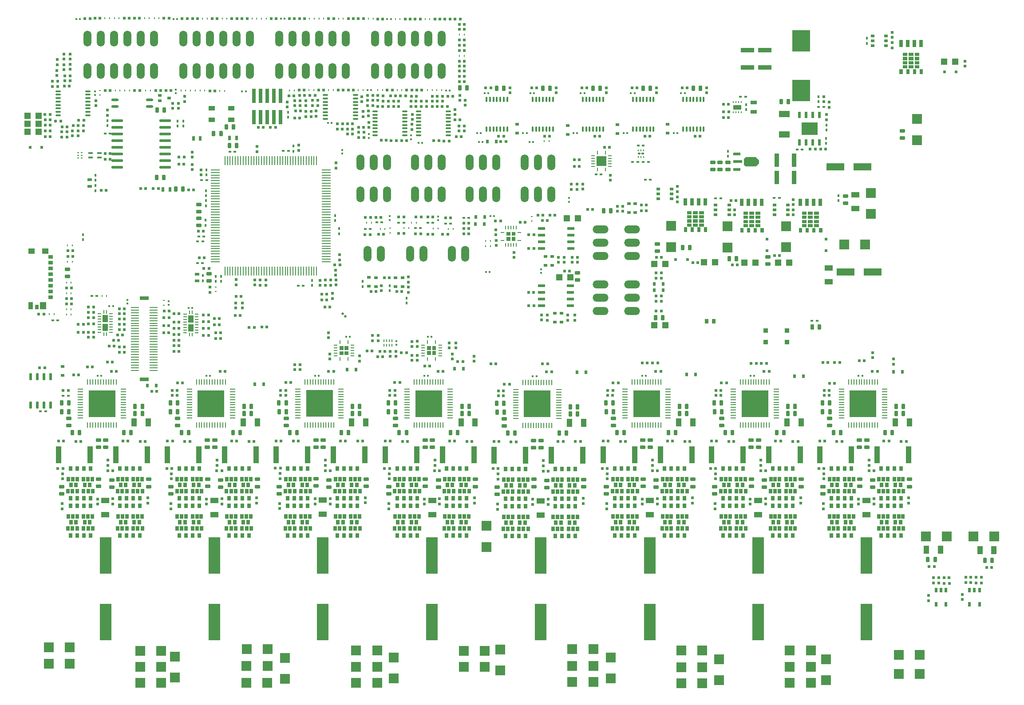
<source format=gtp>
G04*
G04 #@! TF.GenerationSoftware,Altium Limited,Altium Designer,19.1.8 (144)*
G04*
G04 Layer_Color=8421504*
%FSLAX25Y25*%
%MOIN*%
G70*
G01*
G75*
%ADD34O,0.05900X0.11900*%
%ADD35O,0.11900X0.05900*%
%ADD36R,0.03937X0.05315*%
%ADD37R,0.02359X0.01181*%
%ADD38R,0.02756X0.03543*%
%ADD39R,0.01201X0.01024*%
%ADD40R,0.00984X0.01378*%
%ADD41R,0.01454X0.01454*%
%ADD42P,0.02056X4X90.0*%
G04:AMPARAMS|DCode=43|XSize=20mil|YSize=22mil|CornerRadius=3.4mil|HoleSize=0mil|Usage=FLASHONLY|Rotation=270.000|XOffset=0mil|YOffset=0mil|HoleType=Round|Shape=RoundedRectangle|*
%AMROUNDEDRECTD43*
21,1,0.02000,0.01520,0,0,270.0*
21,1,0.01320,0.02200,0,0,270.0*
1,1,0.00680,-0.00760,-0.00660*
1,1,0.00680,-0.00760,0.00660*
1,1,0.00680,0.00760,0.00660*
1,1,0.00680,0.00760,-0.00660*
%
%ADD43ROUNDEDRECTD43*%
G04:AMPARAMS|DCode=44|XSize=20mil|YSize=22mil|CornerRadius=3.4mil|HoleSize=0mil|Usage=FLASHONLY|Rotation=180.000|XOffset=0mil|YOffset=0mil|HoleType=Round|Shape=RoundedRectangle|*
%AMROUNDEDRECTD44*
21,1,0.02000,0.01520,0,0,180.0*
21,1,0.01320,0.02200,0,0,180.0*
1,1,0.00680,-0.00660,0.00760*
1,1,0.00680,0.00660,0.00760*
1,1,0.00680,0.00660,-0.00760*
1,1,0.00680,-0.00660,-0.00760*
%
%ADD44ROUNDEDRECTD44*%
%ADD45R,0.00784X0.02950*%
%ADD46R,0.02950X0.00784*%
%ADD47R,0.01378X0.00984*%
%ADD48R,0.06099X0.00965*%
%ADD49R,0.06887X0.02950*%
%ADD50R,0.01454X0.01454*%
%ADD51R,0.04600X0.04600*%
%ADD52R,0.01965X0.01769*%
%ADD53R,0.00902X0.01375*%
%ADD54O,0.04524X0.01375*%
G04:AMPARAMS|DCode=55|XSize=27.13mil|YSize=37.37mil|CornerRadius=4.83mil|HoleSize=0mil|Usage=FLASHONLY|Rotation=180.000|XOffset=0mil|YOffset=0mil|HoleType=Round|Shape=RoundedRectangle|*
%AMROUNDEDRECTD55*
21,1,0.02713,0.02772,0,0,180.0*
21,1,0.01748,0.03737,0,0,180.0*
1,1,0.00965,-0.00874,0.01386*
1,1,0.00965,0.00874,0.01386*
1,1,0.00965,0.00874,-0.01386*
1,1,0.00965,-0.00874,-0.01386*
%
%ADD55ROUNDEDRECTD55*%
%ADD56R,0.08855X0.27556*%
%ADD57R,0.13186X0.05312*%
%ADD58R,0.02162X0.02950*%
%ADD59O,0.01375X0.04524*%
%ADD60R,0.02950X0.02162*%
%ADD61R,0.06099X0.03343*%
%ADD62R,0.00784X0.01769*%
%ADD63R,0.01769X0.01965*%
%ADD64R,0.04721X0.02950*%
G04:AMPARAMS|DCode=65|XSize=27.13mil|YSize=37.37mil|CornerRadius=4.83mil|HoleSize=0mil|Usage=FLASHONLY|Rotation=90.000|XOffset=0mil|YOffset=0mil|HoleType=Round|Shape=RoundedRectangle|*
%AMROUNDEDRECTD65*
21,1,0.02713,0.02772,0,0,90.0*
21,1,0.01748,0.03737,0,0,90.0*
1,1,0.00965,0.01386,0.00874*
1,1,0.00965,0.01386,-0.00874*
1,1,0.00965,-0.01386,-0.00874*
1,1,0.00965,-0.01386,0.00874*
%
%ADD65ROUNDEDRECTD65*%
%ADD66R,0.05312X0.02162*%
%ADD67R,0.06887X0.02162*%
%ADD68O,0.02950X0.00902*%
%ADD69O,0.00902X0.02950*%
%ADD70R,0.05800X0.02200*%
%ADD71R,0.07700X0.07700*%
%ADD72R,0.07700X0.07700*%
%ADD73R,0.04131X0.06493*%
%ADD74R,0.01965X0.03737*%
%ADD75R,0.04328X0.12989*%
%ADD76R,0.02753X0.03540*%
%ADD77R,0.06493X0.04131*%
%ADD78R,0.00587X0.02359*%
%ADD79R,0.00587X0.02162*%
%ADD80R,0.02700X0.03700*%
%ADD81O,0.04524X0.00784*%
%ADD82O,0.00784X0.04524*%
%ADD83R,0.19879X0.19879*%
%ADD84R,0.03737X0.02556*%
%ADD85R,0.04524X0.03934*%
%ADD86R,0.04524X0.04328*%
%ADD87R,0.04524X0.05509*%
%ADD88R,0.02531X0.03737*%
%ADD89R,0.03343X0.05312*%
%ADD90O,0.02162X0.05706*%
%ADD91R,0.02753X0.10824*%
%ADD92O,0.06887X0.00781*%
%ADD93O,0.00781X0.06887*%
%ADD94R,0.04524X0.03343*%
%ADD95O,0.08855X0.02162*%
%ADD96R,0.03147X0.02162*%
%ADD97R,0.02200X0.02200*%
%ADD98R,0.03343X0.03737*%
%ADD99R,0.03343X0.01375*%
%ADD100R,0.07800X0.07800*%
%ADD101R,0.02950X0.01965*%
%ADD102O,0.05509X0.01965*%
%ADD103R,0.03265X0.02438*%
%ADD104R,0.03540X0.10430*%
%ADD105R,0.08100X0.04800*%
%ADD106R,0.13580X0.15942*%
%ADD107R,0.01965X0.04721*%
%ADD108R,0.12005X0.09249*%
%ADD109R,0.02600X0.05400*%
%ADD110R,0.10430X0.03540*%
%ADD111R,0.02438X0.03265*%
%ADD112R,0.02200X0.02200*%
G36*
X582128Y212529D02*
X578585D01*
Y214891D01*
X582128D01*
Y212529D01*
D02*
G37*
G36*
X577600D02*
X574057D01*
Y214891D01*
X577600D01*
Y212529D01*
D02*
G37*
G36*
X573073D02*
X569530D01*
Y214891D01*
X573073D01*
Y212529D01*
D02*
G37*
G36*
X582128Y209478D02*
X578585D01*
Y211840D01*
X582128D01*
Y209478D01*
D02*
G37*
G36*
X577600D02*
X574057D01*
Y211840D01*
X577600D01*
Y209478D01*
D02*
G37*
G36*
X573073D02*
X569530D01*
Y211840D01*
X573073D01*
Y209478D01*
D02*
G37*
G36*
X582128Y206328D02*
X578585D01*
Y208691D01*
X582128D01*
Y206328D01*
D02*
G37*
G36*
X577600D02*
X574057D01*
Y208691D01*
X577600D01*
Y206328D01*
D02*
G37*
G36*
X573073D02*
X569530D01*
Y208691D01*
X573073D01*
Y206328D01*
D02*
G37*
G36*
X582128Y203277D02*
X578585D01*
Y205639D01*
X582128D01*
Y203277D01*
D02*
G37*
G36*
X577600D02*
X574057D01*
Y205639D01*
X577600D01*
Y203277D01*
D02*
G37*
G36*
X573073D02*
X569530D01*
Y205639D01*
X573073D01*
Y203277D01*
D02*
G37*
G36*
X584786Y199143D02*
X582423D01*
Y202687D01*
X584786D01*
Y199143D01*
D02*
G37*
G36*
X579667D02*
X577305D01*
Y202687D01*
X579667D01*
Y199143D01*
D02*
G37*
G36*
X574648D02*
X572286D01*
Y202687D01*
X574648D01*
Y199143D01*
D02*
G37*
G36*
X569530D02*
X567167D01*
Y202687D01*
X569530D01*
Y199143D01*
D02*
G37*
G36*
X461566Y134389D02*
X461566Y131989D01*
X459266Y129689D01*
X451766Y129689D01*
X450367Y131090D01*
X450366Y135289D01*
X451766Y136689D01*
X459267Y136689D01*
X461566Y134389D01*
D02*
G37*
G36*
X420198Y93682D02*
X416655D01*
Y96044D01*
X420198D01*
Y93682D01*
D02*
G37*
G36*
X415671D02*
X412128D01*
Y96044D01*
X415671D01*
Y93682D01*
D02*
G37*
G36*
X411143D02*
X407600D01*
Y96044D01*
X411143D01*
Y93682D01*
D02*
G37*
G36*
X506547Y93283D02*
X503004D01*
Y95645D01*
X506547D01*
Y93283D01*
D02*
G37*
G36*
X502020D02*
X498477D01*
Y95645D01*
X502020D01*
Y93283D01*
D02*
G37*
G36*
X497492D02*
X493949D01*
Y95645D01*
X497492D01*
Y93283D01*
D02*
G37*
G36*
X462548Y93282D02*
X459005D01*
Y95644D01*
X462548D01*
Y93282D01*
D02*
G37*
G36*
X458020D02*
X454477D01*
Y95644D01*
X458020D01*
Y93282D01*
D02*
G37*
G36*
X453493D02*
X449950D01*
Y95644D01*
X453493D01*
Y93282D01*
D02*
G37*
G36*
X420198Y90631D02*
X416655D01*
Y92993D01*
X420198D01*
Y90631D01*
D02*
G37*
G36*
X415671D02*
X412128D01*
Y92993D01*
X415671D01*
Y90631D01*
D02*
G37*
G36*
X411143D02*
X407600D01*
Y92993D01*
X411143D01*
Y90631D01*
D02*
G37*
G36*
X506547Y90231D02*
X503004D01*
Y92593D01*
X506547D01*
Y90231D01*
D02*
G37*
G36*
X502020D02*
X498477D01*
Y92593D01*
X502020D01*
Y90231D01*
D02*
G37*
G36*
X497492D02*
X493949D01*
Y92593D01*
X497492D01*
Y90231D01*
D02*
G37*
G36*
X462548Y90231D02*
X459005D01*
Y92593D01*
X462548D01*
Y90231D01*
D02*
G37*
G36*
X458020D02*
X454477D01*
Y92593D01*
X458020D01*
Y90231D01*
D02*
G37*
G36*
X453493D02*
X449950D01*
Y92593D01*
X453493D01*
Y90231D01*
D02*
G37*
G36*
X420198Y87481D02*
X416655D01*
Y89843D01*
X420198D01*
Y87481D01*
D02*
G37*
G36*
X415671D02*
X412128D01*
Y89843D01*
X415671D01*
Y87481D01*
D02*
G37*
G36*
X411143D02*
X407600D01*
Y89843D01*
X411143D01*
Y87481D01*
D02*
G37*
G36*
X506547Y87082D02*
X503004D01*
Y89444D01*
X506547D01*
Y87082D01*
D02*
G37*
G36*
X502020D02*
X498477D01*
Y89444D01*
X502020D01*
Y87082D01*
D02*
G37*
G36*
X497492D02*
X493949D01*
Y89444D01*
X497492D01*
Y87082D01*
D02*
G37*
G36*
X462548Y87081D02*
X459005D01*
Y89443D01*
X462548D01*
Y87081D01*
D02*
G37*
G36*
X458020D02*
X454477D01*
Y89443D01*
X458020D01*
Y87081D01*
D02*
G37*
G36*
X453493D02*
X449950D01*
Y89443D01*
X453493D01*
Y87081D01*
D02*
G37*
G36*
X420198Y84430D02*
X416655D01*
Y86792D01*
X420198D01*
Y84430D01*
D02*
G37*
G36*
X415671D02*
X412128D01*
Y86792D01*
X415671D01*
Y84430D01*
D02*
G37*
G36*
X411143D02*
X407600D01*
Y86792D01*
X411143D01*
Y84430D01*
D02*
G37*
G36*
X506547Y84030D02*
X503004D01*
Y86393D01*
X506547D01*
Y84030D01*
D02*
G37*
G36*
X502020D02*
X498477D01*
Y86393D01*
X502020D01*
Y84030D01*
D02*
G37*
G36*
X497492D02*
X493949D01*
Y86393D01*
X497492D01*
Y84030D01*
D02*
G37*
G36*
X462548Y84030D02*
X459005D01*
Y86392D01*
X462548D01*
Y84030D01*
D02*
G37*
G36*
X458020D02*
X454477D01*
Y86392D01*
X458020D01*
Y84030D01*
D02*
G37*
G36*
X453493D02*
X449950D01*
Y86392D01*
X453493D01*
Y84030D01*
D02*
G37*
G36*
X422856Y80296D02*
X420494D01*
Y83839D01*
X422856D01*
Y80296D01*
D02*
G37*
G36*
X417738D02*
X415376D01*
Y83839D01*
X417738D01*
Y80296D01*
D02*
G37*
G36*
X412718D02*
X410356D01*
Y83839D01*
X412718D01*
Y80296D01*
D02*
G37*
G36*
X407600D02*
X405238D01*
Y83839D01*
X407600D01*
Y80296D01*
D02*
G37*
G36*
X509205Y79897D02*
X506843D01*
Y83440D01*
X509205D01*
Y79897D01*
D02*
G37*
G36*
X504087D02*
X501725D01*
Y83440D01*
X504087D01*
Y79897D01*
D02*
G37*
G36*
X499067D02*
X496705D01*
Y83440D01*
X499067D01*
Y79897D01*
D02*
G37*
G36*
X493949D02*
X491587D01*
Y83440D01*
X493949D01*
Y79897D01*
D02*
G37*
G36*
X465206Y79896D02*
X462843D01*
Y83439D01*
X465206D01*
Y79896D01*
D02*
G37*
G36*
X460087D02*
X457725D01*
Y83439D01*
X460087D01*
Y79896D01*
D02*
G37*
G36*
X455068D02*
X452706D01*
Y83439D01*
X455068D01*
Y79896D01*
D02*
G37*
G36*
X449950D02*
X447587D01*
Y83439D01*
X449950D01*
Y79896D01*
D02*
G37*
G36*
X278737Y77556D02*
X275863D01*
Y80391D01*
X278737D01*
Y77556D01*
D02*
G37*
G36*
X274958Y77517D02*
X272123D01*
Y80391D01*
X274958D01*
Y77517D01*
D02*
G37*
G36*
X278737Y73777D02*
X275903D01*
Y76651D01*
X278737D01*
Y73777D01*
D02*
G37*
G36*
X274997D02*
X272123D01*
Y76612D01*
X274997D01*
Y73777D01*
D02*
G37*
G36*
X219096Y-8184D02*
X216222D01*
Y-5349D01*
X219096D01*
Y-8184D01*
D02*
G37*
G36*
X215317Y-8223D02*
X212482D01*
Y-5349D01*
X215317D01*
Y-8223D01*
D02*
G37*
G36*
X153320Y-8285D02*
X150446D01*
Y-5450D01*
X153320D01*
Y-8285D01*
D02*
G37*
G36*
X149540Y-8324D02*
X146706D01*
Y-5450D01*
X149540D01*
Y-8324D01*
D02*
G37*
G36*
X219096Y-11964D02*
X216262D01*
Y-9089D01*
X219096D01*
Y-11964D01*
D02*
G37*
G36*
X215356D02*
X212482D01*
Y-9129D01*
X215356D01*
Y-11964D01*
D02*
G37*
G36*
X153320Y-12064D02*
X150485D01*
Y-9190D01*
X153320D01*
Y-12064D01*
D02*
G37*
G36*
X149580D02*
X146706D01*
Y-9230D01*
X149580D01*
Y-12064D01*
D02*
G37*
G54D34*
X-42800Y225700D02*
D03*
X-32800D02*
D03*
X-22800D02*
D03*
X-12801Y225675D02*
D03*
X-2800Y225700D02*
D03*
X7200D02*
D03*
Y201400D02*
D03*
X-2800D02*
D03*
X-12800D02*
D03*
X-22799Y201425D02*
D03*
X-32800Y201400D02*
D03*
X-42800D02*
D03*
X29267Y225700D02*
D03*
X39267D02*
D03*
X49267D02*
D03*
X59266Y225675D02*
D03*
X69267Y225700D02*
D03*
X79267D02*
D03*
Y201400D02*
D03*
X69267D02*
D03*
X59267D02*
D03*
X49267Y201425D02*
D03*
X39267Y201400D02*
D03*
X29267D02*
D03*
X101333Y225700D02*
D03*
X111333D02*
D03*
X121333D02*
D03*
X131333Y225675D02*
D03*
X141333Y225700D02*
D03*
X151333D02*
D03*
Y201400D02*
D03*
X141333D02*
D03*
X131333D02*
D03*
X121334Y201425D02*
D03*
X111333Y201400D02*
D03*
X101333D02*
D03*
X173400Y225700D02*
D03*
X183400D02*
D03*
X193400D02*
D03*
X203399Y225675D02*
D03*
X213400Y225700D02*
D03*
X223400D02*
D03*
Y201400D02*
D03*
X213400D02*
D03*
X203400D02*
D03*
X193401Y201425D02*
D03*
X183400Y201400D02*
D03*
X173400D02*
D03*
X295572Y132626D02*
D03*
X305573D02*
D03*
X285573D02*
D03*
X305573Y108626D02*
D03*
X285573D02*
D03*
X295572D02*
D03*
X209537Y64026D02*
D03*
X199537D02*
D03*
X172237Y108626D02*
D03*
X162237D02*
D03*
X182237D02*
D03*
X264337D02*
D03*
X244337D02*
D03*
X254337D02*
D03*
X223287D02*
D03*
X203287D02*
D03*
X213287D02*
D03*
X244337Y132626D02*
D03*
X264337D02*
D03*
X254337D02*
D03*
X203287D02*
D03*
X223287D02*
D03*
X213287D02*
D03*
X162237D02*
D03*
X182237D02*
D03*
X172237D02*
D03*
X241037Y64026D02*
D03*
X231037D02*
D03*
X177837D02*
D03*
X167837D02*
D03*
G54D35*
X342561Y20871D02*
D03*
Y40871D02*
D03*
Y30871D02*
D03*
Y62446D02*
D03*
Y82446D02*
D03*
Y72446D02*
D03*
X366380Y40871D02*
D03*
Y20871D02*
D03*
Y30871D02*
D03*
Y82348D02*
D03*
Y62348D02*
D03*
Y72347D02*
D03*
G54D36*
X35095Y8416D02*
D03*
X35094Y14912D02*
D03*
X-29200Y8752D02*
D03*
X-29200Y15249D02*
D03*
G54D37*
X371608Y139162D02*
D03*
X374367D02*
D03*
G54D38*
X551553Y-114501D02*
D03*
X558442D02*
D03*
X554998D02*
D03*
X551828Y-105328D02*
D03*
X553757Y-109816D02*
D03*
X557635D02*
D03*
X555135Y-105328D02*
D03*
X558442D02*
D03*
X563246D02*
D03*
X566553D02*
D03*
X564053Y-109816D02*
D03*
X567931D02*
D03*
X569860Y-105328D02*
D03*
X566691Y-114501D02*
D03*
X563246D02*
D03*
X570135D02*
D03*
X568344Y-119816D02*
D03*
X563344D02*
D03*
X558344D02*
D03*
X553344D02*
D03*
X551553Y-142454D02*
D03*
X558443D02*
D03*
X554998D02*
D03*
X551828Y-133281D02*
D03*
X553757Y-137769D02*
D03*
X557635D02*
D03*
X555135Y-133281D02*
D03*
X558442D02*
D03*
X563246D02*
D03*
X566553D02*
D03*
X564053Y-137769D02*
D03*
X567931D02*
D03*
X569860Y-133281D02*
D03*
X566691Y-142454D02*
D03*
X563246D02*
D03*
X570135D02*
D03*
X568344Y-147769D02*
D03*
X563344D02*
D03*
X558344D02*
D03*
X553344D02*
D03*
X516095Y-119816D02*
D03*
X521095D02*
D03*
X526095D02*
D03*
X531095D02*
D03*
X532887Y-114501D02*
D03*
X525997D02*
D03*
X529442D02*
D03*
X532611Y-105328D02*
D03*
X530682Y-109816D02*
D03*
X526804D02*
D03*
X529304Y-105328D02*
D03*
X525997D02*
D03*
X521194D02*
D03*
X517887D02*
D03*
X520387Y-109816D02*
D03*
X516509D02*
D03*
X514580Y-105328D02*
D03*
X517749Y-114501D02*
D03*
X521194D02*
D03*
X514304D02*
D03*
X514304Y-142454D02*
D03*
X521194D02*
D03*
X517749D02*
D03*
X514580Y-133281D02*
D03*
X516509Y-137769D02*
D03*
X520387D02*
D03*
X517887Y-133281D02*
D03*
X521194D02*
D03*
X525997D02*
D03*
X529304D02*
D03*
X526804Y-137769D02*
D03*
X530682D02*
D03*
X532611Y-133281D02*
D03*
X529442Y-142454D02*
D03*
X525997D02*
D03*
X532887D02*
D03*
X531095Y-147769D02*
D03*
X526095D02*
D03*
X521095D02*
D03*
X516095D02*
D03*
X470253Y-114501D02*
D03*
X477142D02*
D03*
X473698D02*
D03*
X470528Y-105328D02*
D03*
X472458Y-109816D02*
D03*
X476335D02*
D03*
X473836Y-105328D02*
D03*
X477142D02*
D03*
X481946D02*
D03*
X485253D02*
D03*
X482753Y-109816D02*
D03*
X486631D02*
D03*
X488560Y-105328D02*
D03*
X485391Y-114501D02*
D03*
X481946D02*
D03*
X488835D02*
D03*
X487044Y-119816D02*
D03*
X482044D02*
D03*
X477044D02*
D03*
X472044D02*
D03*
X433004Y-114501D02*
D03*
X439894D02*
D03*
X436449D02*
D03*
X433280Y-105328D02*
D03*
X435209Y-109816D02*
D03*
X439087D02*
D03*
X436587Y-105328D02*
D03*
X439894D02*
D03*
X444697D02*
D03*
X448004D02*
D03*
X445504Y-109816D02*
D03*
X449382D02*
D03*
X451311Y-105328D02*
D03*
X448142Y-114501D02*
D03*
X444697D02*
D03*
X451587D02*
D03*
X449795Y-119816D02*
D03*
X444795D02*
D03*
X439795D02*
D03*
X434795D02*
D03*
X433004Y-142454D02*
D03*
X439894D02*
D03*
X436449D02*
D03*
X433280Y-133281D02*
D03*
X435209Y-137769D02*
D03*
X439087D02*
D03*
X436587Y-133281D02*
D03*
X439894D02*
D03*
X444697D02*
D03*
X448004D02*
D03*
X445504Y-137769D02*
D03*
X449382D02*
D03*
X451311Y-133281D02*
D03*
X448142Y-142454D02*
D03*
X444697D02*
D03*
X451587D02*
D03*
X449795Y-147769D02*
D03*
X444795D02*
D03*
X439795D02*
D03*
X434795D02*
D03*
X306897Y-114799D02*
D03*
X313787D02*
D03*
X310342D02*
D03*
X307173Y-105626D02*
D03*
X309102Y-110114D02*
D03*
X312980D02*
D03*
X310480Y-105626D02*
D03*
X313787D02*
D03*
X318590D02*
D03*
X321897D02*
D03*
X319397Y-110114D02*
D03*
X323275D02*
D03*
X325204Y-105626D02*
D03*
X322035Y-114799D02*
D03*
X318590D02*
D03*
X325480D02*
D03*
X323689Y-120114D02*
D03*
X318689D02*
D03*
X313689D02*
D03*
X308689D02*
D03*
X351704Y-114501D02*
D03*
X358594D02*
D03*
X355149D02*
D03*
X351980Y-105328D02*
D03*
X353909Y-109816D02*
D03*
X357787D02*
D03*
X355287Y-105328D02*
D03*
X358594D02*
D03*
X363397D02*
D03*
X366704D02*
D03*
X364204Y-109816D02*
D03*
X368082D02*
D03*
X370011Y-105328D02*
D03*
X366842Y-114501D02*
D03*
X363397D02*
D03*
X370287D02*
D03*
X368495Y-119816D02*
D03*
X363495D02*
D03*
X358495D02*
D03*
X353495D02*
D03*
X388953Y-114501D02*
D03*
X395843D02*
D03*
X392398D02*
D03*
X389228Y-105328D02*
D03*
X391158Y-109816D02*
D03*
X395036D02*
D03*
X392535Y-105328D02*
D03*
X395843D02*
D03*
X400646D02*
D03*
X403953D02*
D03*
X401453Y-109816D02*
D03*
X405331D02*
D03*
X407260Y-105328D02*
D03*
X404091Y-114501D02*
D03*
X400646D02*
D03*
X407536D02*
D03*
X405744Y-119816D02*
D03*
X400744D02*
D03*
X395744D02*
D03*
X390744D02*
D03*
X388953Y-142454D02*
D03*
X395843D02*
D03*
X392398D02*
D03*
X389228Y-133281D02*
D03*
X391158Y-137769D02*
D03*
X395036D02*
D03*
X392535Y-133281D02*
D03*
X395843D02*
D03*
X400646D02*
D03*
X403953D02*
D03*
X401453Y-137769D02*
D03*
X405331D02*
D03*
X407260Y-133281D02*
D03*
X404091Y-142454D02*
D03*
X400646D02*
D03*
X407536D02*
D03*
X405744Y-147769D02*
D03*
X400744D02*
D03*
X395744D02*
D03*
X390744D02*
D03*
X351704Y-142454D02*
D03*
X358594D02*
D03*
X355149D02*
D03*
X351980Y-133281D02*
D03*
X353909Y-137769D02*
D03*
X357787D02*
D03*
X355287Y-133281D02*
D03*
X358594D02*
D03*
X363397D02*
D03*
X366704D02*
D03*
X364204Y-137769D02*
D03*
X368082D02*
D03*
X370011Y-133281D02*
D03*
X366842Y-142454D02*
D03*
X363397D02*
D03*
X370287D02*
D03*
X368495Y-147769D02*
D03*
X363495D02*
D03*
X358495D02*
D03*
X353495D02*
D03*
X269648Y-114799D02*
D03*
X276538D02*
D03*
X273093D02*
D03*
X269924Y-105626D02*
D03*
X271853Y-110114D02*
D03*
X275731D02*
D03*
X273231Y-105626D02*
D03*
X276538D02*
D03*
X281341D02*
D03*
X284648D02*
D03*
X282148Y-110114D02*
D03*
X286026D02*
D03*
X287955Y-105626D02*
D03*
X284786Y-114799D02*
D03*
X281341D02*
D03*
X288231D02*
D03*
X286440Y-120114D02*
D03*
X281440D02*
D03*
X276440D02*
D03*
X271440D02*
D03*
X269648Y-142752D02*
D03*
X276538D02*
D03*
X273093D02*
D03*
X269924Y-133579D02*
D03*
X271853Y-138067D02*
D03*
X275731D02*
D03*
X273231Y-133579D02*
D03*
X276538D02*
D03*
X281341D02*
D03*
X284648D02*
D03*
X282148Y-138067D02*
D03*
X286026D02*
D03*
X287955Y-133579D02*
D03*
X284786Y-142752D02*
D03*
X281341D02*
D03*
X288231D02*
D03*
X286440Y-148067D02*
D03*
X281440D02*
D03*
X276440D02*
D03*
X271440D02*
D03*
X306897Y-142752D02*
D03*
X313787D02*
D03*
X310342D02*
D03*
X307173Y-133579D02*
D03*
X309102Y-138067D02*
D03*
X312980D02*
D03*
X310480Y-133579D02*
D03*
X313787D02*
D03*
X318590D02*
D03*
X321897D02*
D03*
X319397Y-138067D02*
D03*
X323275D02*
D03*
X325204Y-133579D02*
D03*
X322035Y-142752D02*
D03*
X318590D02*
D03*
X325480D02*
D03*
X323689Y-148067D02*
D03*
X318689D02*
D03*
X313689D02*
D03*
X308689D02*
D03*
X188121Y-114501D02*
D03*
X195011D02*
D03*
X191566D02*
D03*
X188397Y-105328D02*
D03*
X190326Y-109816D02*
D03*
X194204D02*
D03*
X191704Y-105328D02*
D03*
X195011D02*
D03*
X199814D02*
D03*
X203121D02*
D03*
X200621Y-109816D02*
D03*
X204499D02*
D03*
X206428Y-105328D02*
D03*
X203259Y-114501D02*
D03*
X199814D02*
D03*
X206704D02*
D03*
X204913Y-119816D02*
D03*
X199913D02*
D03*
X194913D02*
D03*
X189913D02*
D03*
X225370Y-142454D02*
D03*
X232260D02*
D03*
X228815D02*
D03*
X225646Y-133281D02*
D03*
X227575Y-137769D02*
D03*
X231453D02*
D03*
X228953Y-133281D02*
D03*
X232260D02*
D03*
X237063D02*
D03*
X240370D02*
D03*
X237870Y-137769D02*
D03*
X241748D02*
D03*
X243677Y-133281D02*
D03*
X240508Y-142454D02*
D03*
X237063D02*
D03*
X243953D02*
D03*
X242161Y-147769D02*
D03*
X237161D02*
D03*
X232161D02*
D03*
X227162D02*
D03*
X225370Y-114501D02*
D03*
X232260D02*
D03*
X228815D02*
D03*
X225646Y-105328D02*
D03*
X227575Y-109816D02*
D03*
X231453D02*
D03*
X228953Y-105328D02*
D03*
X232260D02*
D03*
X237063D02*
D03*
X240370D02*
D03*
X237870Y-109816D02*
D03*
X241748D02*
D03*
X243677Y-105328D02*
D03*
X240508Y-114501D02*
D03*
X237063D02*
D03*
X243953D02*
D03*
X242161Y-119816D02*
D03*
X237161D02*
D03*
X232161D02*
D03*
X227162D02*
D03*
X143315Y-114406D02*
D03*
X150204D02*
D03*
X146759D02*
D03*
X143590Y-105232D02*
D03*
X145519Y-109720D02*
D03*
X149397D02*
D03*
X146897Y-105232D02*
D03*
X150204D02*
D03*
X155008D02*
D03*
X158315D02*
D03*
X155815Y-109720D02*
D03*
X159693D02*
D03*
X161622Y-105232D02*
D03*
X158452Y-114406D02*
D03*
X155008D02*
D03*
X161897D02*
D03*
X160106Y-119720D02*
D03*
X155106D02*
D03*
X150106D02*
D03*
X145106D02*
D03*
X188121Y-142454D02*
D03*
X195011D02*
D03*
X191566D02*
D03*
X188397Y-133281D02*
D03*
X190326Y-137769D02*
D03*
X194204D02*
D03*
X191704Y-133281D02*
D03*
X195011D02*
D03*
X199814D02*
D03*
X203121D02*
D03*
X200621Y-137769D02*
D03*
X204499D02*
D03*
X206428Y-133281D02*
D03*
X203259Y-142454D02*
D03*
X199814D02*
D03*
X206704D02*
D03*
X204913Y-147769D02*
D03*
X199913D02*
D03*
X194913D02*
D03*
X189913D02*
D03*
X143315Y-142358D02*
D03*
X150204D02*
D03*
X146759D02*
D03*
X143590Y-133185D02*
D03*
X145519Y-137673D02*
D03*
X149397D02*
D03*
X146897Y-133185D02*
D03*
X150204D02*
D03*
X155008D02*
D03*
X158315D02*
D03*
X155815Y-137673D02*
D03*
X159693D02*
D03*
X161622Y-133185D02*
D03*
X158452Y-142358D02*
D03*
X155008D02*
D03*
X161897D02*
D03*
X160106Y-147673D02*
D03*
X155106D02*
D03*
X150106D02*
D03*
X145106D02*
D03*
X106066Y-114406D02*
D03*
X112955D02*
D03*
X109511D02*
D03*
X106341Y-105232D02*
D03*
X108271Y-109720D02*
D03*
X112148D02*
D03*
X109649Y-105232D02*
D03*
X112955D02*
D03*
X117759D02*
D03*
X121066D02*
D03*
X118566Y-109720D02*
D03*
X122444D02*
D03*
X124373Y-105232D02*
D03*
X121204Y-114406D02*
D03*
X117759D02*
D03*
X124648D02*
D03*
X122857Y-119720D02*
D03*
X117857D02*
D03*
X112857D02*
D03*
X107857D02*
D03*
X106066Y-142358D02*
D03*
X112955D02*
D03*
X109511D02*
D03*
X106341Y-133185D02*
D03*
X108271Y-137673D02*
D03*
X112148D02*
D03*
X109649Y-133185D02*
D03*
X112955D02*
D03*
X117759D02*
D03*
X121066D02*
D03*
X118566Y-137673D02*
D03*
X122444D02*
D03*
X124373Y-133185D02*
D03*
X121204Y-142358D02*
D03*
X117759D02*
D03*
X124648D02*
D03*
X122857Y-147673D02*
D03*
X117857D02*
D03*
X112857D02*
D03*
X107857D02*
D03*
X61787Y-114501D02*
D03*
X68677D02*
D03*
X65232D02*
D03*
X62063Y-105328D02*
D03*
X63992Y-109816D02*
D03*
X67870D02*
D03*
X65370Y-105328D02*
D03*
X68677D02*
D03*
X73480D02*
D03*
X76787D02*
D03*
X74287Y-109816D02*
D03*
X78165D02*
D03*
X80094Y-105328D02*
D03*
X76925Y-114501D02*
D03*
X73480D02*
D03*
X80370D02*
D03*
X78579Y-119816D02*
D03*
X73579D02*
D03*
X68579D02*
D03*
X63579D02*
D03*
X24539Y-114501D02*
D03*
X31428D02*
D03*
X27983D02*
D03*
X24814Y-105328D02*
D03*
X26743Y-109816D02*
D03*
X30621D02*
D03*
X28121Y-105328D02*
D03*
X31428D02*
D03*
X36232D02*
D03*
X39539D02*
D03*
X37039Y-109816D02*
D03*
X40917D02*
D03*
X42846Y-105328D02*
D03*
X39676Y-114501D02*
D03*
X36232D02*
D03*
X43121D02*
D03*
X41330Y-119816D02*
D03*
X36330D02*
D03*
X31330D02*
D03*
X26330D02*
D03*
X24539Y-142454D02*
D03*
X31428D02*
D03*
X27983D02*
D03*
X24814Y-133281D02*
D03*
X26743Y-137769D02*
D03*
X30621D02*
D03*
X28121Y-133281D02*
D03*
X31428D02*
D03*
X36232D02*
D03*
X39539D02*
D03*
X37039Y-137769D02*
D03*
X40917D02*
D03*
X42846Y-133281D02*
D03*
X39676Y-142454D02*
D03*
X36232D02*
D03*
X43121D02*
D03*
X41330Y-147769D02*
D03*
X36330D02*
D03*
X31330D02*
D03*
X26330D02*
D03*
X61787Y-142454D02*
D03*
X68677D02*
D03*
X65232D02*
D03*
X62063Y-133281D02*
D03*
X63992Y-137769D02*
D03*
X67870D02*
D03*
X65370Y-133281D02*
D03*
X68677D02*
D03*
X73480D02*
D03*
X76787D02*
D03*
X74287Y-137769D02*
D03*
X78165D02*
D03*
X80094Y-133281D02*
D03*
X76925Y-142454D02*
D03*
X73480D02*
D03*
X80370D02*
D03*
X78579Y-147769D02*
D03*
X73579D02*
D03*
X68579D02*
D03*
X63579D02*
D03*
X470253Y-142454D02*
D03*
X477143D02*
D03*
X473698D02*
D03*
X470528Y-133281D02*
D03*
X472458Y-137769D02*
D03*
X476335D02*
D03*
X473836Y-133281D02*
D03*
X477142D02*
D03*
X481946D02*
D03*
X485253D02*
D03*
X482753Y-137769D02*
D03*
X486631D02*
D03*
X488560Y-133281D02*
D03*
X485391Y-142454D02*
D03*
X481946D02*
D03*
X488835D02*
D03*
X487044Y-147769D02*
D03*
X482044D02*
D03*
X477044D02*
D03*
X472044D02*
D03*
X-57253Y-114501D02*
D03*
X-50363D02*
D03*
X-53808D02*
D03*
X-56977Y-105328D02*
D03*
X-55048Y-109816D02*
D03*
X-51170D02*
D03*
X-53670Y-105328D02*
D03*
X-50363D02*
D03*
X-45560D02*
D03*
X-42253D02*
D03*
X-44753Y-109816D02*
D03*
X-40875D02*
D03*
X-38946Y-105328D02*
D03*
X-42115Y-114501D02*
D03*
X-45560D02*
D03*
X-38670D02*
D03*
X-40461Y-119816D02*
D03*
X-45461D02*
D03*
X-50461D02*
D03*
X-55461D02*
D03*
X-20004Y-114501D02*
D03*
X-13114D02*
D03*
X-16559D02*
D03*
X-19728Y-105328D02*
D03*
X-17799Y-109816D02*
D03*
X-13921D02*
D03*
X-16421Y-105328D02*
D03*
X-13114D02*
D03*
X-8311D02*
D03*
X-5004D02*
D03*
X-7504Y-109816D02*
D03*
X-3626D02*
D03*
X-1697Y-105328D02*
D03*
X-4866Y-114501D02*
D03*
X-8311D02*
D03*
X-1421D02*
D03*
X-3212Y-119816D02*
D03*
X-8213D02*
D03*
X-13213D02*
D03*
X-18213D02*
D03*
X-20004Y-142454D02*
D03*
X-13114D02*
D03*
X-16559D02*
D03*
X-19728Y-133281D02*
D03*
X-17799Y-137769D02*
D03*
X-13921D02*
D03*
X-16421Y-133281D02*
D03*
X-13114D02*
D03*
X-8311D02*
D03*
X-5004D02*
D03*
X-7504Y-137769D02*
D03*
X-3626D02*
D03*
X-1697Y-133281D02*
D03*
X-4866Y-142454D02*
D03*
X-8311D02*
D03*
X-1421D02*
D03*
X-3212Y-147769D02*
D03*
X-8213D02*
D03*
X-13213D02*
D03*
X-18213D02*
D03*
X-57253Y-142454D02*
D03*
X-50363D02*
D03*
X-53808D02*
D03*
X-56977Y-133281D02*
D03*
X-55048Y-137769D02*
D03*
X-51170D02*
D03*
X-53670Y-133281D02*
D03*
X-50363D02*
D03*
X-45560D02*
D03*
X-42253D02*
D03*
X-44753Y-137769D02*
D03*
X-40875D02*
D03*
X-38946Y-133281D02*
D03*
X-42115Y-142454D02*
D03*
X-45560D02*
D03*
X-38670D02*
D03*
X-40461Y-147769D02*
D03*
X-45461D02*
D03*
X-50461D02*
D03*
X-55461D02*
D03*
G54D39*
X-46836Y139975D02*
D03*
X-46836Y138008D02*
D03*
X-46835Y136039D02*
D03*
X-49492Y136040D02*
D03*
X-49491Y138007D02*
D03*
X-49492Y139976D02*
D03*
G54D40*
X-26028Y240900D02*
D03*
X-29572D02*
D03*
X141972Y187000D02*
D03*
X138428D02*
D03*
X240372Y212800D02*
D03*
X236828D02*
D03*
X109028Y186700D02*
D03*
X112572D02*
D03*
X168328Y240500D02*
D03*
X171872D02*
D03*
X175328Y187100D02*
D03*
X178872D02*
D03*
X131228Y240600D02*
D03*
X134772D02*
D03*
X216272Y187000D02*
D03*
X212728D02*
D03*
X240372Y228500D02*
D03*
X236828D02*
D03*
X210928Y240300D02*
D03*
X214472D02*
D03*
X127290Y187000D02*
D03*
X123747D02*
D03*
X189928Y187100D02*
D03*
X193472D02*
D03*
X145928Y240600D02*
D03*
X149472D02*
D03*
X164262Y186861D02*
D03*
X160719D02*
D03*
X-18228Y186600D02*
D03*
X-21772D02*
D03*
X-14572D02*
D03*
X-11028D02*
D03*
X1128D02*
D03*
X4672D02*
D03*
X31072Y186550D02*
D03*
X27528D02*
D03*
X34828Y186600D02*
D03*
X38372D02*
D03*
X41928D02*
D03*
X45472D02*
D03*
X60372Y186400D02*
D03*
X56828D02*
D03*
X-18828Y241100D02*
D03*
X-22372D02*
D03*
X219828Y187000D02*
D03*
X223372D02*
D03*
X228Y240900D02*
D03*
X3772D02*
D03*
X11172D02*
D03*
X7628D02*
D03*
X80957Y240500D02*
D03*
X84500D02*
D03*
X47272D02*
D03*
X43728D02*
D03*
X88157D02*
D03*
X91700D02*
D03*
X58528Y240600D02*
D03*
X62072D02*
D03*
X124128D02*
D03*
X127672D02*
D03*
X192172Y240400D02*
D03*
X188628D02*
D03*
X228359Y82680D02*
D03*
X231903D02*
D03*
X220584Y82876D02*
D03*
X217040D02*
D03*
X204245Y87404D02*
D03*
X200702D02*
D03*
X198635Y83369D02*
D03*
X195092D02*
D03*
X177277Y82680D02*
D03*
X180820D02*
D03*
X170584Y87207D02*
D03*
X167041D02*
D03*
X300328Y148500D02*
D03*
X303872D02*
D03*
X-28219Y32293D02*
D03*
X-31762D02*
D03*
X-54091Y57967D02*
D03*
X-57635D02*
D03*
X-58435Y42474D02*
D03*
X-54891D02*
D03*
Y18203D02*
D03*
X-58435D02*
D03*
Y34374D02*
D03*
X-54891D02*
D03*
Y22274D02*
D03*
X-58435D02*
D03*
X259911Y69516D02*
D03*
X256368D02*
D03*
Y73650D02*
D03*
X259911D02*
D03*
X-67712Y18780D02*
D03*
X-71256D02*
D03*
X-57635Y70174D02*
D03*
X-54091D02*
D03*
G54D41*
X-48222Y240400D02*
D03*
X-50978D02*
D03*
X33217Y23464D02*
D03*
X35973D02*
D03*
X-23471Y24800D02*
D03*
X-26227D02*
D03*
X76278Y186100D02*
D03*
X73522D02*
D03*
X24778Y240300D02*
D03*
X22022D02*
D03*
X102622Y240500D02*
D03*
X105378D02*
D03*
X167649Y187061D02*
D03*
X170405D02*
D03*
X182522Y240400D02*
D03*
X185278D02*
D03*
X229478Y186600D02*
D03*
X226722D02*
D03*
X138022Y162200D02*
D03*
X140778D02*
D03*
X255581Y184620D02*
D03*
X258337D02*
D03*
X249996Y154530D02*
D03*
X252752D02*
D03*
X290080Y184620D02*
D03*
X292836D02*
D03*
X284496Y154530D02*
D03*
X287252D02*
D03*
X327780Y184620D02*
D03*
X330536D02*
D03*
X322196Y154530D02*
D03*
X324952D02*
D03*
X251422Y148100D02*
D03*
X254178D02*
D03*
X359896Y154530D02*
D03*
X362652D02*
D03*
X365480Y184620D02*
D03*
X368236D02*
D03*
X403180D02*
D03*
X405936D02*
D03*
X259287Y50396D02*
D03*
X256531D02*
D03*
X212907Y1577D02*
D03*
X215663D02*
D03*
X151686D02*
D03*
X154442D02*
D03*
X400352Y154530D02*
D03*
X397596D02*
D03*
X536509Y-27789D02*
D03*
X539265D02*
D03*
X455209D02*
D03*
X457965D02*
D03*
X373909D02*
D03*
X376665D02*
D03*
X291853Y-28087D02*
D03*
X294609D02*
D03*
X210326Y-27789D02*
D03*
X213082D02*
D03*
X128270Y-27693D02*
D03*
X131026D02*
D03*
X46743Y-27789D02*
D03*
X49499D02*
D03*
X292001Y147837D02*
D03*
X289245D02*
D03*
X-35048Y-27789D02*
D03*
X-32292D02*
D03*
X206045Y147333D02*
D03*
X208801D02*
D03*
X259982Y92328D02*
D03*
X262738D02*
D03*
G54D42*
X148966Y18834D02*
D03*
X150915Y16885D02*
D03*
G54D43*
X131900Y40300D02*
D03*
Y44090D02*
D03*
X69100Y44590D02*
D03*
Y40800D02*
D03*
X546900Y-13990D02*
D03*
Y-10200D02*
D03*
X247600Y-13010D02*
D03*
Y-16800D02*
D03*
X216200Y182400D02*
D03*
Y178610D02*
D03*
X183300Y174800D02*
D03*
Y178590D02*
D03*
X204182Y174700D02*
D03*
Y178490D02*
D03*
X224000Y182400D02*
D03*
Y178610D02*
D03*
X168600Y162700D02*
D03*
Y158910D02*
D03*
X201400Y168800D02*
D03*
Y165010D02*
D03*
X208182Y174700D02*
D03*
Y178490D02*
D03*
X171600Y179200D02*
D03*
Y182990D02*
D03*
X121300Y167100D02*
D03*
Y170890D02*
D03*
X175500Y179200D02*
D03*
Y182990D02*
D03*
X240400Y156161D02*
D03*
Y159951D02*
D03*
X240950Y179375D02*
D03*
Y175585D02*
D03*
X168300Y167600D02*
D03*
Y171390D02*
D03*
X236200Y156261D02*
D03*
Y160051D02*
D03*
X220000Y178600D02*
D03*
Y182390D02*
D03*
X212182Y174700D02*
D03*
Y178490D02*
D03*
X233200Y168600D02*
D03*
Y172390D02*
D03*
X179490Y182590D02*
D03*
Y178800D02*
D03*
X200282Y174700D02*
D03*
Y178490D02*
D03*
X200900Y161200D02*
D03*
Y157410D02*
D03*
X164400Y170900D02*
D03*
Y167110D02*
D03*
X-69100Y193600D02*
D03*
Y189810D02*
D03*
X-55700Y197700D02*
D03*
Y193910D02*
D03*
X-59500Y197700D02*
D03*
Y193910D02*
D03*
X-65100Y189800D02*
D03*
Y193590D02*
D03*
X-45500Y156400D02*
D03*
Y160190D02*
D03*
X-49600Y152500D02*
D03*
Y156290D02*
D03*
X-36400Y175300D02*
D03*
Y179090D02*
D03*
X-62100Y151700D02*
D03*
Y155490D02*
D03*
X-58000Y151700D02*
D03*
Y155490D02*
D03*
X-54000Y152600D02*
D03*
Y156390D02*
D03*
X163500Y182100D02*
D03*
Y178310D02*
D03*
X121200Y179100D02*
D03*
Y175310D02*
D03*
X125200Y170900D02*
D03*
Y167110D02*
D03*
X30200Y182200D02*
D03*
Y178410D02*
D03*
X117186Y175300D02*
D03*
Y179090D02*
D03*
X113100Y175200D02*
D03*
Y178990D02*
D03*
X126400Y175400D02*
D03*
Y179190D02*
D03*
X130400Y175400D02*
D03*
Y179190D02*
D03*
X128900Y167400D02*
D03*
Y171190D02*
D03*
X167800Y179200D02*
D03*
Y182990D02*
D03*
X161100Y151400D02*
D03*
Y155190D02*
D03*
X-65200Y209890D02*
D03*
Y206100D02*
D03*
X-65500Y201790D02*
D03*
Y198000D02*
D03*
X-55709Y210215D02*
D03*
Y214005D02*
D03*
X-60409Y210215D02*
D03*
Y214005D02*
D03*
X-55800Y206290D02*
D03*
Y202500D02*
D03*
X-60409Y206094D02*
D03*
Y202305D02*
D03*
X165000Y155190D02*
D03*
Y151400D02*
D03*
X237023Y182954D02*
D03*
Y179165D02*
D03*
X233900Y-2930D02*
D03*
Y-6670D02*
D03*
X146800Y63190D02*
D03*
Y59400D02*
D03*
X84600Y144490D02*
D03*
Y140700D02*
D03*
X87100Y44190D02*
D03*
Y40400D02*
D03*
X115937Y145564D02*
D03*
Y141774D02*
D03*
X144009Y128428D02*
D03*
Y132218D02*
D03*
X274736Y185029D02*
D03*
Y188769D02*
D03*
X309236Y185029D02*
D03*
Y188769D02*
D03*
X346935Y185029D02*
D03*
Y188769D02*
D03*
X384635Y185029D02*
D03*
Y188769D02*
D03*
X422335Y185029D02*
D03*
Y188769D02*
D03*
X310938Y57537D02*
D03*
Y61327D02*
D03*
X315367Y57581D02*
D03*
Y61321D02*
D03*
X321371Y61351D02*
D03*
Y57561D02*
D03*
X325407Y57551D02*
D03*
Y61341D02*
D03*
X277810Y61291D02*
D03*
Y65081D02*
D03*
X264312Y74035D02*
D03*
Y70245D02*
D03*
X264186Y81991D02*
D03*
Y78251D02*
D03*
X329245Y112503D02*
D03*
Y116243D02*
D03*
X324915Y112473D02*
D03*
Y116262D02*
D03*
X320584Y116273D02*
D03*
Y112483D02*
D03*
X323195Y14100D02*
D03*
Y17890D02*
D03*
X318164Y17899D02*
D03*
Y14109D02*
D03*
X302681Y14100D02*
D03*
Y17890D02*
D03*
X298269Y17916D02*
D03*
Y14176D02*
D03*
X359462Y95839D02*
D03*
Y99629D02*
D03*
X355229Y95869D02*
D03*
Y99609D02*
D03*
X588935Y-192754D02*
D03*
Y-196544D02*
D03*
X574194Y-123274D02*
D03*
Y-119484D02*
D03*
X544394Y-91174D02*
D03*
Y-94964D02*
D03*
X547994Y-120174D02*
D03*
Y-123964D02*
D03*
X536494Y-123974D02*
D03*
Y-120184D02*
D03*
X510229Y-101184D02*
D03*
Y-104974D02*
D03*
X509926Y-123774D02*
D03*
Y-127564D02*
D03*
X492894Y-123274D02*
D03*
Y-119484D02*
D03*
X463094Y-91174D02*
D03*
Y-94964D02*
D03*
X466694Y-120174D02*
D03*
Y-123964D02*
D03*
X455194Y-123974D02*
D03*
Y-120184D02*
D03*
X428626Y-123774D02*
D03*
Y-127564D02*
D03*
X428929Y-101184D02*
D03*
Y-104974D02*
D03*
X562768Y-18902D02*
D03*
Y-15112D02*
D03*
X347629Y-101184D02*
D03*
Y-104974D02*
D03*
X411594Y-123274D02*
D03*
Y-119484D02*
D03*
X381794Y-91174D02*
D03*
Y-94964D02*
D03*
X385394Y-120174D02*
D03*
Y-123964D02*
D03*
X373894Y-123974D02*
D03*
Y-120184D02*
D03*
X347326Y-123774D02*
D03*
Y-127564D02*
D03*
X204962Y-5635D02*
D03*
Y-1845D02*
D03*
X200997Y-5608D02*
D03*
Y-1868D02*
D03*
X204962Y-15990D02*
D03*
Y-12200D02*
D03*
X200899Y-12202D02*
D03*
Y-15942D02*
D03*
X188989Y-9318D02*
D03*
Y-13108D02*
D03*
X184855Y-9318D02*
D03*
Y-13108D02*
D03*
X175641Y-1251D02*
D03*
Y2539D02*
D03*
X171371Y-1221D02*
D03*
Y2519D02*
D03*
X228869Y-6720D02*
D03*
Y-2930D02*
D03*
X231411Y-11218D02*
D03*
Y-14958D02*
D03*
X329538Y-123572D02*
D03*
Y-119782D02*
D03*
X299738Y-91471D02*
D03*
Y-95261D02*
D03*
X265574Y-101482D02*
D03*
Y-105271D02*
D03*
X303338Y-120472D02*
D03*
Y-124261D02*
D03*
X291838Y-124272D02*
D03*
Y-120482D02*
D03*
X265271Y-124072D02*
D03*
Y-127861D02*
D03*
X184046Y-101184D02*
D03*
Y-104974D02*
D03*
X218211Y-91174D02*
D03*
Y-94964D02*
D03*
X221811Y-120174D02*
D03*
Y-123964D02*
D03*
X210311Y-123974D02*
D03*
Y-120184D02*
D03*
X248011Y-123274D02*
D03*
Y-119484D02*
D03*
X161627Y-16533D02*
D03*
Y-12793D02*
D03*
X138399Y887D02*
D03*
Y4677D02*
D03*
X141200Y30430D02*
D03*
Y34170D02*
D03*
X140000Y40430D02*
D03*
Y44170D02*
D03*
X139285Y-14958D02*
D03*
Y-11218D02*
D03*
X136155Y-91078D02*
D03*
Y-94868D02*
D03*
X183744Y-123774D02*
D03*
Y-127564D02*
D03*
X165955Y-123178D02*
D03*
Y-119388D02*
D03*
X139755Y-120078D02*
D03*
Y-123868D02*
D03*
X128255Y-123878D02*
D03*
Y-120088D02*
D03*
X101991Y-101088D02*
D03*
Y-104878D02*
D03*
X101688Y-123678D02*
D03*
Y-127468D02*
D03*
X54628Y-91174D02*
D03*
Y-94964D02*
D03*
X20464Y-101184D02*
D03*
Y-104974D02*
D03*
X84428Y-123274D02*
D03*
Y-119484D02*
D03*
X58228Y-120174D02*
D03*
Y-123964D02*
D03*
X46728Y-123974D02*
D03*
Y-120184D02*
D03*
X20161Y-123774D02*
D03*
Y-127564D02*
D03*
X2637Y-119484D02*
D03*
Y-123274D02*
D03*
X-27163Y-94964D02*
D03*
Y-91174D02*
D03*
X-23563Y-123964D02*
D03*
Y-120174D02*
D03*
X-35063Y-120184D02*
D03*
Y-123974D02*
D03*
X-61327Y-104974D02*
D03*
Y-101184D02*
D03*
X-61630Y-127564D02*
D03*
Y-123774D02*
D03*
X36037Y127336D02*
D03*
Y131126D02*
D03*
X616300Y208790D02*
D03*
Y205000D02*
D03*
X614287Y-191846D02*
D03*
Y-195636D02*
D03*
X512325Y164798D02*
D03*
Y168587D02*
D03*
X91200Y40410D02*
D03*
Y44200D02*
D03*
X68700Y23318D02*
D03*
Y27108D02*
D03*
X83000Y40500D02*
D03*
Y44290D02*
D03*
X73676Y27079D02*
D03*
Y23289D02*
D03*
X143800Y51700D02*
D03*
Y47910D02*
D03*
X198220Y38912D02*
D03*
Y35122D02*
D03*
X136000Y44200D02*
D03*
Y40410D02*
D03*
X144000Y44300D02*
D03*
Y40510D02*
D03*
X350013Y123064D02*
D03*
Y119274D02*
D03*
X400306Y110762D02*
D03*
Y114552D02*
D03*
Y106786D02*
D03*
Y102997D02*
D03*
X42537Y123326D02*
D03*
Y127116D02*
D03*
X36037Y136626D02*
D03*
Y140416D02*
D03*
X561745Y226500D02*
D03*
Y230290D02*
D03*
X487348Y100924D02*
D03*
Y104713D02*
D03*
X443347Y97117D02*
D03*
Y93327D02*
D03*
X487448Y97124D02*
D03*
Y93334D02*
D03*
X561545Y222500D02*
D03*
Y218710D02*
D03*
X107500Y178000D02*
D03*
Y174210D02*
D03*
X178189Y40138D02*
D03*
Y36348D02*
D03*
X198198Y46575D02*
D03*
Y42785D02*
D03*
X49300Y35100D02*
D03*
Y38890D02*
D03*
X25828Y173262D02*
D03*
Y177052D02*
D03*
X21498Y173164D02*
D03*
Y176954D02*
D03*
X-27616Y171846D02*
D03*
Y168056D02*
D03*
X514491Y174138D02*
D03*
Y177928D02*
D03*
X510458Y178217D02*
D03*
Y182007D02*
D03*
G54D44*
X88200Y8900D02*
D03*
X91990D02*
D03*
X78800Y8820D02*
D03*
X82590D02*
D03*
X53612Y315D02*
D03*
X57402D02*
D03*
X57412Y4582D02*
D03*
X53623D02*
D03*
X56412Y10621D02*
D03*
X52623D02*
D03*
X56377Y15264D02*
D03*
X52587D02*
D03*
X48212Y2582D02*
D03*
X44423D02*
D03*
X48212Y8115D02*
D03*
X44423D02*
D03*
X48277Y12864D02*
D03*
X44487D02*
D03*
X48312Y17864D02*
D03*
X44523D02*
D03*
X18400Y9900D02*
D03*
X14610D02*
D03*
X18700Y21000D02*
D03*
X14910D02*
D03*
X26053Y12502D02*
D03*
X22263D02*
D03*
X26053Y19002D02*
D03*
X22263D02*
D03*
X26053Y7902D02*
D03*
X22263D02*
D03*
X26053Y3202D02*
D03*
X22263D02*
D03*
X26053Y-898D02*
D03*
X22263D02*
D03*
X26063Y-4998D02*
D03*
X22273D02*
D03*
X18600Y15900D02*
D03*
X14810D02*
D03*
X18500Y4800D02*
D03*
X14710D02*
D03*
X26053Y-9198D02*
D03*
X22263D02*
D03*
X-15000Y22800D02*
D03*
X-18790D02*
D03*
X-15000Y18900D02*
D03*
X-18790D02*
D03*
X-15000Y14900D02*
D03*
X-18790D02*
D03*
X-15000Y10900D02*
D03*
X-18790D02*
D03*
X-15000Y7000D02*
D03*
X-18790D02*
D03*
X-16300Y3100D02*
D03*
X-20090D02*
D03*
X-19300Y-1000D02*
D03*
X-23090D02*
D03*
X-15000Y-6100D02*
D03*
X-18790D02*
D03*
X-22600Y-5200D02*
D03*
X-26390D02*
D03*
X-15000Y-10100D02*
D03*
X-18790D02*
D03*
X-42700Y-21100D02*
D03*
X-38910D02*
D03*
X-24000Y-17400D02*
D03*
X-27790D02*
D03*
X-38100Y23900D02*
D03*
X-41890D02*
D03*
X-38100Y20000D02*
D03*
X-41890D02*
D03*
X-38100Y15900D02*
D03*
X-41890D02*
D03*
X-45700Y11100D02*
D03*
X-49490D02*
D03*
X-38100Y11300D02*
D03*
X-41890D02*
D03*
X-45700Y5100D02*
D03*
X-49490D02*
D03*
X-38080D02*
D03*
X-41870D02*
D03*
X-38080Y1200D02*
D03*
X-41870D02*
D03*
X536910Y-16500D02*
D03*
X540700D02*
D03*
X455786Y-18224D02*
D03*
X459576D02*
D03*
X463430D02*
D03*
X467220D02*
D03*
X373910Y-17900D02*
D03*
X377700D02*
D03*
X116890Y-19200D02*
D03*
X113100D02*
D03*
X381810Y-17900D02*
D03*
X385600D02*
D03*
X116890Y-23061D02*
D03*
X113100D02*
D03*
X260210Y-18800D02*
D03*
X264000D02*
D03*
X302890Y-18600D02*
D03*
X299100D02*
D03*
X235510Y-16900D02*
D03*
X239300D02*
D03*
X225100Y148800D02*
D03*
X228890D02*
D03*
X237200Y240200D02*
D03*
X233410D02*
D03*
X193200Y149100D02*
D03*
X196990D02*
D03*
X236700Y204900D02*
D03*
X240490D02*
D03*
X238100Y152100D02*
D03*
X234310D02*
D03*
X240500Y224500D02*
D03*
X236710D02*
D03*
X116800Y166100D02*
D03*
X113010D02*
D03*
X189300Y149100D02*
D03*
X185510D02*
D03*
X236700Y216800D02*
D03*
X240490D02*
D03*
X225800Y240300D02*
D03*
X229590D02*
D03*
X187200Y174725D02*
D03*
X190990D02*
D03*
X236700Y236400D02*
D03*
X240490D02*
D03*
X192455Y182500D02*
D03*
X196245D02*
D03*
X204700Y187100D02*
D03*
X208490D02*
D03*
X116300Y187000D02*
D03*
X120090D02*
D03*
X231700Y182300D02*
D03*
X227910D02*
D03*
X175300Y240400D02*
D03*
X179090D02*
D03*
X236700Y208800D02*
D03*
X240490D02*
D03*
X178000Y149200D02*
D03*
X181790D02*
D03*
X160800Y240600D02*
D03*
X164590D02*
D03*
X112735Y240500D02*
D03*
X108946D02*
D03*
X167800Y175400D02*
D03*
X171590D02*
D03*
X191000Y178500D02*
D03*
X187210D02*
D03*
X236700Y201200D02*
D03*
X240490D02*
D03*
X223800Y174700D02*
D03*
X227590D02*
D03*
X203500Y240400D02*
D03*
X207290D02*
D03*
X138500Y240600D02*
D03*
X142290D02*
D03*
X236700Y197200D02*
D03*
X240490D02*
D03*
X182500Y187100D02*
D03*
X186290D02*
D03*
X160900Y159100D02*
D03*
X164690D02*
D03*
X237000Y164700D02*
D03*
X233210D02*
D03*
X184900Y182500D02*
D03*
X188690D02*
D03*
X197100Y187100D02*
D03*
X200890D02*
D03*
X236700Y232500D02*
D03*
X240490D02*
D03*
X219987Y174700D02*
D03*
X216198D02*
D03*
X153200Y240600D02*
D03*
X156990D02*
D03*
X218200Y240300D02*
D03*
X221990D02*
D03*
X217421Y148900D02*
D03*
X221210D02*
D03*
X-56300Y189900D02*
D03*
X-60090D02*
D03*
X-7200Y186600D02*
D03*
X-3410D02*
D03*
X-49200Y164300D02*
D03*
X-45410D02*
D03*
X-25600Y186600D02*
D03*
X-29390D02*
D03*
X-61802Y159413D02*
D03*
X-58012D02*
D03*
X16400Y186700D02*
D03*
X20190D02*
D03*
X-74400Y164800D02*
D03*
X-70610D02*
D03*
X-62800Y163600D02*
D03*
X-66590D02*
D03*
X-70600Y160700D02*
D03*
X-74390D02*
D03*
X8700Y186727D02*
D03*
X12490D02*
D03*
X-49500Y160200D02*
D03*
X-53290D02*
D03*
X49200Y186400D02*
D03*
X52990D02*
D03*
X152600Y157800D02*
D03*
X156390D02*
D03*
X95400Y240500D02*
D03*
X99190D02*
D03*
X152600Y161700D02*
D03*
X156390D02*
D03*
X148900Y161600D02*
D03*
X145110D02*
D03*
X152600Y153900D02*
D03*
X156390D02*
D03*
X145000Y157800D02*
D03*
X148790D02*
D03*
X145627Y186961D02*
D03*
X149417D02*
D03*
X153227D02*
D03*
X157017D02*
D03*
X116586Y183100D02*
D03*
X120376D02*
D03*
X113700Y171300D02*
D03*
X117490D02*
D03*
X108700Y182800D02*
D03*
X112490D02*
D03*
X130900Y187000D02*
D03*
X134690D02*
D03*
X124500Y183100D02*
D03*
X128290D02*
D03*
X-44590Y240600D02*
D03*
X-40800D02*
D03*
X-37000Y240900D02*
D03*
X-33210D02*
D03*
X240470Y193300D02*
D03*
X236730D02*
D03*
X-7290Y240900D02*
D03*
X-3500D02*
D03*
X-14990D02*
D03*
X-11200D02*
D03*
X18590Y240950D02*
D03*
X14800D02*
D03*
X73439Y240500D02*
D03*
X77228D02*
D03*
X36210Y240600D02*
D03*
X40000D02*
D03*
X65810Y240500D02*
D03*
X69600D02*
D03*
X28510Y240600D02*
D03*
X32300D02*
D03*
X51010D02*
D03*
X54800D02*
D03*
X116610Y240500D02*
D03*
X120400D02*
D03*
X179190Y174800D02*
D03*
X175400D02*
D03*
X200710Y182400D02*
D03*
X204500D02*
D03*
X199690Y240400D02*
D03*
X195900D02*
D03*
X236710Y220600D02*
D03*
X240500D02*
D03*
X243789Y79124D02*
D03*
X239999D02*
D03*
X243769Y83061D02*
D03*
X239980D02*
D03*
X240009Y86900D02*
D03*
X243799D02*
D03*
X224189Y78775D02*
D03*
X227979D02*
D03*
X226299Y90942D02*
D03*
X230089D02*
D03*
X212883Y78772D02*
D03*
X216673D02*
D03*
X212922Y91548D02*
D03*
X216711D02*
D03*
X207922Y91585D02*
D03*
X204133D02*
D03*
X207569Y79124D02*
D03*
X203779D02*
D03*
X191124Y79241D02*
D03*
X194913D02*
D03*
X191136Y91614D02*
D03*
X194926D02*
D03*
X175978Y78644D02*
D03*
X179767D02*
D03*
X165823Y78329D02*
D03*
X169613D02*
D03*
X173995Y91486D02*
D03*
X177785D02*
D03*
X166135Y91243D02*
D03*
X169925D02*
D03*
X260206Y188499D02*
D03*
X256466D02*
D03*
X267800Y148400D02*
D03*
X271590D02*
D03*
X269878Y152365D02*
D03*
X266089D02*
D03*
X294706Y188499D02*
D03*
X290966D02*
D03*
X304378Y152365D02*
D03*
X300588D02*
D03*
X332405Y188499D02*
D03*
X328665D02*
D03*
X342078Y152365D02*
D03*
X338288D02*
D03*
X370105Y188499D02*
D03*
X366365D02*
D03*
X407805D02*
D03*
X404065D02*
D03*
X417478Y152365D02*
D03*
X413688D02*
D03*
X438858Y166452D02*
D03*
X435068D02*
D03*
X438868Y170500D02*
D03*
X435079D02*
D03*
X438858Y176352D02*
D03*
X435068D02*
D03*
X292563Y67916D02*
D03*
X288773D02*
D03*
X263783Y88666D02*
D03*
X267572D02*
D03*
X308394Y92903D02*
D03*
X304605D02*
D03*
X295604Y92902D02*
D03*
X299394D02*
D03*
X299029Y88979D02*
D03*
X302769D02*
D03*
X292563Y78250D02*
D03*
X288773D02*
D03*
X286067Y87699D02*
D03*
X282277D02*
D03*
X336657Y97443D02*
D03*
X332867D02*
D03*
X292464Y34845D02*
D03*
X288674D02*
D03*
X292563Y24887D02*
D03*
X288773D02*
D03*
X373310Y100691D02*
D03*
X377100D02*
D03*
X377110Y96459D02*
D03*
X373320D02*
D03*
X388202Y49806D02*
D03*
X384462D02*
D03*
X388246Y45672D02*
D03*
X384456D02*
D03*
X384447Y32384D02*
D03*
X388237D02*
D03*
X384447Y28349D02*
D03*
X388237D02*
D03*
X589483Y-171020D02*
D03*
X593223D02*
D03*
X600785Y-183606D02*
D03*
X604575D02*
D03*
X600685Y-179210D02*
D03*
X604475D02*
D03*
X596607Y-179366D02*
D03*
X592817D02*
D03*
X592803Y-183508D02*
D03*
X596593D02*
D03*
X507246Y-76805D02*
D03*
X511036D02*
D03*
X555494Y-76774D02*
D03*
X559284D02*
D03*
X572284Y-76874D02*
D03*
X568494D02*
D03*
X547994Y-98974D02*
D03*
X544204D02*
D03*
X466694D02*
D03*
X462904D02*
D03*
X425356Y-97179D02*
D03*
X429146D02*
D03*
X506656D02*
D03*
X510446D02*
D03*
X523960Y-76903D02*
D03*
X520170D02*
D03*
X546765Y-24405D02*
D03*
X550554D02*
D03*
X474194Y-76774D02*
D03*
X477984D02*
D03*
X490984Y-76874D02*
D03*
X487194D02*
D03*
X465465Y-24405D02*
D03*
X469254D02*
D03*
X384165D02*
D03*
X387954D02*
D03*
X442660Y-76903D02*
D03*
X438870D02*
D03*
X425947Y-76805D02*
D03*
X429736D02*
D03*
X229311Y-76774D02*
D03*
X233101D02*
D03*
X409684Y-76874D02*
D03*
X405894D02*
D03*
X392894Y-76774D02*
D03*
X396684D02*
D03*
X361360Y-76903D02*
D03*
X357570D02*
D03*
X344647Y-76805D02*
D03*
X348436D02*
D03*
X344056Y-97179D02*
D03*
X347846D02*
D03*
X385394Y-98974D02*
D03*
X381604D02*
D03*
X310838Y-77071D02*
D03*
X314628D02*
D03*
X327628Y-77171D02*
D03*
X323838D02*
D03*
X193123Y-10431D02*
D03*
X196863D02*
D03*
X180673Y-9348D02*
D03*
X176883D02*
D03*
X171174Y-9151D02*
D03*
X167434D02*
D03*
X179048Y-13186D02*
D03*
X175308D02*
D03*
X302109Y-24702D02*
D03*
X305899D02*
D03*
X279304Y-77201D02*
D03*
X275515D02*
D03*
X262591Y-77102D02*
D03*
X266381D02*
D03*
X303338Y-99272D02*
D03*
X299548D02*
D03*
X262000Y-97476D02*
D03*
X265790D02*
D03*
X180473Y-97179D02*
D03*
X184263D02*
D03*
X221811Y-98974D02*
D03*
X218021D02*
D03*
X246101Y-76874D02*
D03*
X242311D02*
D03*
X220582Y-24405D02*
D03*
X224372D02*
D03*
X210685Y-20246D02*
D03*
X214475D02*
D03*
X181064Y-76805D02*
D03*
X184854D02*
D03*
X197777Y-76903D02*
D03*
X193987D02*
D03*
X139270Y23900D02*
D03*
X135530D02*
D03*
X133393Y29480D02*
D03*
X137183D02*
D03*
X133393Y33614D02*
D03*
X137183D02*
D03*
X138526Y-24309D02*
D03*
X142316D02*
D03*
X115722Y-76807D02*
D03*
X111932D02*
D03*
X99008Y-76709D02*
D03*
X102798D02*
D03*
X164045Y-76778D02*
D03*
X160256D02*
D03*
X147256Y-76678D02*
D03*
X151045D02*
D03*
X139755Y-98878D02*
D03*
X135966D02*
D03*
X98418Y-97083D02*
D03*
X102208D02*
D03*
X56999Y-24405D02*
D03*
X60789D02*
D03*
X513372Y-17749D02*
D03*
X509582D02*
D03*
X65728Y-76774D02*
D03*
X69518D02*
D03*
X82518Y-76874D02*
D03*
X78728D02*
D03*
X34195Y-76903D02*
D03*
X30405D02*
D03*
X17481Y-76805D02*
D03*
X21271D02*
D03*
X58228Y-98974D02*
D03*
X54439D02*
D03*
X16891Y-97179D02*
D03*
X20680D02*
D03*
X5600Y-39300D02*
D03*
X9390D02*
D03*
X-24792Y-24405D02*
D03*
X-21002D02*
D03*
X-64310Y-76805D02*
D03*
X-60520D02*
D03*
X-51387Y-76903D02*
D03*
X-47597D02*
D03*
X-3063Y-76874D02*
D03*
X727D02*
D03*
X-12273Y-76774D02*
D03*
X-16063D02*
D03*
X-27353Y-98974D02*
D03*
X-23563D02*
D03*
X-61111Y-97179D02*
D03*
X-64901D02*
D03*
X632617Y-171566D02*
D03*
X636357D02*
D03*
X375988Y152365D02*
D03*
X379778D02*
D03*
X-28646Y111502D02*
D03*
X-32435D02*
D03*
X514484Y-38674D02*
D03*
X510694D02*
D03*
X518458Y-33200D02*
D03*
X514669D02*
D03*
X510709Y-42475D02*
D03*
X514450D02*
D03*
X433184Y-38674D02*
D03*
X429394D02*
D03*
X437258Y-32904D02*
D03*
X433468D02*
D03*
X429410Y-42475D02*
D03*
X433149D02*
D03*
X351884Y-38674D02*
D03*
X348094D02*
D03*
X355958Y-32904D02*
D03*
X352169D02*
D03*
X348110Y-42475D02*
D03*
X351850D02*
D03*
X269828Y-38971D02*
D03*
X266038D02*
D03*
X274265Y-33987D02*
D03*
X270476D02*
D03*
X266054Y-42773D02*
D03*
X269794D02*
D03*
X188301Y-38674D02*
D03*
X184511D02*
D03*
X191884Y-32609D02*
D03*
X188094D02*
D03*
X184527Y-42475D02*
D03*
X188267D02*
D03*
X106245Y-38578D02*
D03*
X102455D02*
D03*
X109994Y-32708D02*
D03*
X106204D02*
D03*
X102471Y-42380D02*
D03*
X106211D02*
D03*
X24718Y-38674D02*
D03*
X20928D02*
D03*
X28695Y-33003D02*
D03*
X24905D02*
D03*
X20944Y-42475D02*
D03*
X24684D02*
D03*
X388300Y21066D02*
D03*
X384511D02*
D03*
X384737Y61223D02*
D03*
X388527D02*
D03*
X477146Y62502D02*
D03*
X473356D02*
D03*
X445407Y55613D02*
D03*
X441617D02*
D03*
X415781Y57187D02*
D03*
X411991D02*
D03*
X522221Y-17729D02*
D03*
X518432D02*
D03*
X-52950Y-27097D02*
D03*
X-49160D02*
D03*
X-60863Y-38674D02*
D03*
X-57073D02*
D03*
X616987Y-183146D02*
D03*
X620777D02*
D03*
X628587Y-183246D02*
D03*
X624797D02*
D03*
X628577Y-178846D02*
D03*
X624787D02*
D03*
X620787Y-178946D02*
D03*
X616997D02*
D03*
X45028Y60925D02*
D03*
X41239D02*
D03*
X-78594Y-21805D02*
D03*
X-74805D02*
D03*
X72000Y17596D02*
D03*
X68210D02*
D03*
X143100Y55600D02*
D03*
X146890D02*
D03*
X72662Y32000D02*
D03*
X68873D02*
D03*
X44337Y80974D02*
D03*
X40547D02*
D03*
X-2663Y113126D02*
D03*
X1127D02*
D03*
X10537D02*
D03*
X6747D02*
D03*
X184000Y46066D02*
D03*
X180210D02*
D03*
X44842Y53140D02*
D03*
X48632D02*
D03*
X-57463Y66174D02*
D03*
X-53673D02*
D03*
X-57463Y62074D02*
D03*
X-53673D02*
D03*
X-58362Y38474D02*
D03*
X-54572D02*
D03*
X-54563Y26274D02*
D03*
X-58353D02*
D03*
X-54563Y30274D02*
D03*
X-58353D02*
D03*
X-74282Y152000D02*
D03*
X-70493D02*
D03*
X-74282Y156400D02*
D03*
X-70493D02*
D03*
X444393Y103957D02*
D03*
X440603D02*
D03*
X-70800Y168700D02*
D03*
X-74590D02*
D03*
X-29363Y135026D02*
D03*
X-25573D02*
D03*
X-29363Y139426D02*
D03*
X-25573D02*
D03*
X26137Y136726D02*
D03*
X29927D02*
D03*
X26037Y131226D02*
D03*
X29827D02*
D03*
X37137Y112026D02*
D03*
X33347D02*
D03*
X319433Y50987D02*
D03*
X315643D02*
D03*
X349342Y143953D02*
D03*
X345552D02*
D03*
X326786Y129772D02*
D03*
X322997D02*
D03*
X-79194Y18592D02*
D03*
X-75404D02*
D03*
X326786Y134496D02*
D03*
X322997D02*
D03*
X94837Y158963D02*
D03*
X98627D02*
D03*
X89437Y158863D02*
D03*
X85647D02*
D03*
X173989Y35596D02*
D03*
X170199D02*
D03*
X193504Y35620D02*
D03*
X189714D02*
D03*
X500158Y142817D02*
D03*
X503948D02*
D03*
X507958D02*
D03*
X511748D02*
D03*
G54D45*
X34110Y19951D02*
D03*
X36079D02*
D03*
Y3376D02*
D03*
X34110D02*
D03*
X-30184Y20288D02*
D03*
X-28216D02*
D03*
Y3712D02*
D03*
X-30184D02*
D03*
G54D46*
X39445Y18554D02*
D03*
Y16585D02*
D03*
Y14616D02*
D03*
Y12648D02*
D03*
Y10679D02*
D03*
Y8711D02*
D03*
Y6742D02*
D03*
Y4774D02*
D03*
X30744D02*
D03*
Y6742D02*
D03*
Y8711D02*
D03*
Y10679D02*
D03*
Y12648D02*
D03*
Y14616D02*
D03*
Y16585D02*
D03*
Y18554D02*
D03*
X-24849Y18890D02*
D03*
Y16921D02*
D03*
Y14953D02*
D03*
Y12984D02*
D03*
Y11016D02*
D03*
Y9047D02*
D03*
Y7079D02*
D03*
Y5110D02*
D03*
X-33551D02*
D03*
Y7079D02*
D03*
Y9047D02*
D03*
Y11016D02*
D03*
Y12984D02*
D03*
Y14953D02*
D03*
Y16921D02*
D03*
Y18890D02*
D03*
G54D47*
X14700Y28872D02*
D03*
Y25328D02*
D03*
X53669Y35521D02*
D03*
Y39065D02*
D03*
X-33400Y183228D02*
D03*
Y186772D02*
D03*
X184616Y83356D02*
D03*
Y79813D02*
D03*
X290958Y92128D02*
D03*
Y88585D02*
D03*
G54D48*
X-7087Y-3937D02*
D03*
Y3937D02*
D03*
Y11811D02*
D03*
Y19685D02*
D03*
Y-17717D02*
D03*
Y-19685D02*
D03*
Y-21654D02*
D03*
Y-23622D02*
D03*
Y15748D02*
D03*
Y13780D02*
D03*
Y9843D02*
D03*
Y7874D02*
D03*
Y5906D02*
D03*
Y1969D02*
D03*
Y0D02*
D03*
Y-1969D02*
D03*
Y-5906D02*
D03*
Y-7874D02*
D03*
Y23622D02*
D03*
Y21654D02*
D03*
Y17717D02*
D03*
Y-9843D02*
D03*
Y-11811D02*
D03*
Y-13780D02*
D03*
Y-15748D02*
D03*
X7087Y-3937D02*
D03*
Y3937D02*
D03*
Y11811D02*
D03*
Y19685D02*
D03*
Y-17717D02*
D03*
Y-19685D02*
D03*
Y-21654D02*
D03*
Y-23622D02*
D03*
Y15748D02*
D03*
Y13780D02*
D03*
Y9843D02*
D03*
Y7874D02*
D03*
Y5906D02*
D03*
Y1969D02*
D03*
Y0D02*
D03*
Y-1969D02*
D03*
Y-5906D02*
D03*
Y-7874D02*
D03*
Y23622D02*
D03*
Y21654D02*
D03*
Y17717D02*
D03*
Y-9843D02*
D03*
Y-11811D02*
D03*
Y-13780D02*
D03*
Y-15748D02*
D03*
G54D49*
X0Y30512D02*
D03*
Y-30512D02*
D03*
G54D50*
X-12763Y29484D02*
D03*
Y26728D02*
D03*
X18300Y28278D02*
D03*
Y25522D02*
D03*
X168700Y151122D02*
D03*
Y153878D02*
D03*
X200400Y152878D02*
D03*
Y150122D02*
D03*
X23800Y187378D02*
D03*
Y184622D02*
D03*
X-37000Y185978D02*
D03*
Y183222D02*
D03*
X220541Y89262D02*
D03*
Y92018D02*
D03*
X184320Y89459D02*
D03*
Y92214D02*
D03*
X318910Y105839D02*
D03*
Y103083D02*
D03*
X298143Y49510D02*
D03*
Y52266D02*
D03*
X189383Y-4328D02*
D03*
Y-1572D02*
D03*
X148549Y142101D02*
D03*
Y139345D02*
D03*
G54D51*
X382944Y56406D02*
D03*
X325828Y90517D02*
D03*
X317495D02*
D03*
X311529Y46262D02*
D03*
X319863D02*
D03*
X391278Y56406D02*
D03*
X383116Y10436D02*
D03*
X391450D02*
D03*
X420387Y57680D02*
D03*
X428721D02*
D03*
X-87695Y167802D02*
D03*
X-79362D02*
D03*
Y155602D02*
D03*
X-87695D02*
D03*
Y161702D02*
D03*
X-79362D02*
D03*
X609034Y208400D02*
D03*
X600700D02*
D03*
X484233Y57190D02*
D03*
X475899D02*
D03*
X450632D02*
D03*
X458965D02*
D03*
G54D52*
X366852Y133124D02*
D03*
X370622D02*
D03*
X374782Y133024D02*
D03*
X378553D02*
D03*
X370983Y145324D02*
D03*
X374752D02*
D03*
X243799Y90837D02*
D03*
X240029D02*
D03*
X230077Y86800D02*
D03*
X226307D02*
D03*
X212945Y87316D02*
D03*
X216715D02*
D03*
X203751Y83275D02*
D03*
X207521D02*
D03*
X191138Y87480D02*
D03*
X194908D02*
D03*
X165958Y82746D02*
D03*
X169728D02*
D03*
X174718Y87502D02*
D03*
X178488D02*
D03*
X451578Y181933D02*
D03*
X447808D02*
D03*
X43707Y57082D02*
D03*
X39937D02*
D03*
X-60833Y-42574D02*
D03*
X-57063D02*
D03*
X501487Y13548D02*
D03*
X505258D02*
D03*
X-74048Y-54499D02*
D03*
X-77818D02*
D03*
X46907Y119326D02*
D03*
X43137D02*
D03*
X-29263Y154326D02*
D03*
X-25493D02*
D03*
X43907Y73174D02*
D03*
X40137D02*
D03*
X104437Y141374D02*
D03*
X108207D02*
D03*
X44807Y77074D02*
D03*
X41037D02*
D03*
X119470Y39867D02*
D03*
X115700D02*
D03*
X68137Y140526D02*
D03*
X64367D02*
D03*
X376230Y119500D02*
D03*
X380000D02*
D03*
X429144Y105748D02*
D03*
X432914D02*
D03*
X476899Y106024D02*
D03*
X473129D02*
D03*
X339294Y123653D02*
D03*
X343064D02*
D03*
X-68770Y13900D02*
D03*
X-65000D02*
D03*
X-35557Y32174D02*
D03*
X-39327D02*
D03*
X490376Y142475D02*
D03*
X494146D02*
D03*
X506458Y174217D02*
D03*
X510228D02*
D03*
G54D53*
X374956Y136605D02*
D03*
X372988D02*
D03*
X371020D02*
D03*
Y141723D02*
D03*
X372988D02*
D03*
X374956D02*
D03*
G54D54*
X-42279Y168143D02*
D03*
Y170702D02*
D03*
Y173261D02*
D03*
Y175821D02*
D03*
Y178379D02*
D03*
Y180939D02*
D03*
Y183498D02*
D03*
Y186057D02*
D03*
X-64720Y168143D02*
D03*
Y170702D02*
D03*
Y173261D02*
D03*
Y175821D02*
D03*
Y178379D02*
D03*
Y180939D02*
D03*
Y183498D02*
D03*
Y186057D02*
D03*
X158621Y165343D02*
D03*
Y167902D02*
D03*
Y170461D02*
D03*
Y173021D02*
D03*
Y175580D02*
D03*
Y178139D02*
D03*
Y180698D02*
D03*
Y183257D02*
D03*
X136179Y165343D02*
D03*
Y167902D02*
D03*
Y170461D02*
D03*
Y173021D02*
D03*
Y175580D02*
D03*
Y178139D02*
D03*
Y180698D02*
D03*
Y183257D02*
D03*
X195658Y153043D02*
D03*
Y155602D02*
D03*
Y158161D02*
D03*
Y160721D02*
D03*
Y163279D02*
D03*
Y165839D02*
D03*
Y168398D02*
D03*
Y170957D02*
D03*
X173217Y153043D02*
D03*
Y155602D02*
D03*
Y158161D02*
D03*
Y160721D02*
D03*
Y163279D02*
D03*
Y165839D02*
D03*
Y168398D02*
D03*
Y170957D02*
D03*
X228420Y153043D02*
D03*
Y155602D02*
D03*
Y158161D02*
D03*
Y160721D02*
D03*
Y163279D02*
D03*
Y165839D02*
D03*
Y168398D02*
D03*
Y170957D02*
D03*
X205979Y153043D02*
D03*
Y155602D02*
D03*
Y158161D02*
D03*
Y160721D02*
D03*
Y163279D02*
D03*
Y165839D02*
D03*
Y168398D02*
D03*
Y170957D02*
D03*
G54D55*
X237023Y188500D02*
D03*
X242377D02*
D03*
X270095Y188199D02*
D03*
X264740D02*
D03*
X304595D02*
D03*
X299240D02*
D03*
X342295D02*
D03*
X336940D02*
D03*
X379994D02*
D03*
X374640D02*
D03*
X417694D02*
D03*
X412340D02*
D03*
X344974Y96459D02*
D03*
X350328D02*
D03*
X389501Y16046D02*
D03*
X384147D02*
D03*
X588520Y-165638D02*
D03*
X593874D02*
D03*
X523044Y-70309D02*
D03*
X517690D02*
D03*
X556317Y-70374D02*
D03*
X561671D02*
D03*
X475017D02*
D03*
X480371D02*
D03*
X441744Y-70309D02*
D03*
X436390D02*
D03*
X360444D02*
D03*
X355090D02*
D03*
X230134Y-70374D02*
D03*
X235488D02*
D03*
X393717D02*
D03*
X399071D02*
D03*
X311661Y-70671D02*
D03*
X317015D02*
D03*
X278389Y-70606D02*
D03*
X273034D02*
D03*
X196862Y-70309D02*
D03*
X191507D02*
D03*
X114806Y-70213D02*
D03*
X109452D02*
D03*
X148078Y-70278D02*
D03*
X153433D02*
D03*
X33279Y-70309D02*
D03*
X27924D02*
D03*
X66551Y-70374D02*
D03*
X71906D02*
D03*
X-53867Y-70309D02*
D03*
X-48513D02*
D03*
X-9886Y-70374D02*
D03*
X-15240D02*
D03*
X509520Y-54659D02*
D03*
X514875D02*
D03*
X570091Y-56135D02*
D03*
X564737D02*
D03*
X509422Y-48163D02*
D03*
X514776D02*
D03*
X570091Y-50623D02*
D03*
X564737D02*
D03*
X428221Y-54659D02*
D03*
X433575D02*
D03*
X488791Y-56135D02*
D03*
X483437D02*
D03*
X428122Y-48163D02*
D03*
X433476D02*
D03*
X488791Y-50623D02*
D03*
X483437D02*
D03*
X346920Y-54659D02*
D03*
X352275D02*
D03*
X407491Y-56135D02*
D03*
X402137D02*
D03*
X346822Y-48163D02*
D03*
X352176D02*
D03*
X407491Y-50623D02*
D03*
X402137D02*
D03*
X264865Y-54957D02*
D03*
X270219D02*
D03*
X325436Y-56433D02*
D03*
X320081D02*
D03*
X264767Y-48461D02*
D03*
X270121D02*
D03*
X325436Y-50921D02*
D03*
X320081D02*
D03*
X183338Y-54659D02*
D03*
X188692D02*
D03*
X243909Y-56135D02*
D03*
X238554D02*
D03*
X183239Y-48163D02*
D03*
X188594D02*
D03*
X243909Y-50623D02*
D03*
X238554D02*
D03*
X101282Y-54563D02*
D03*
X106637D02*
D03*
X161853Y-56039D02*
D03*
X156499D02*
D03*
X101184Y-48067D02*
D03*
X106538D02*
D03*
X161853Y-50528D02*
D03*
X156499D02*
D03*
X19755Y-54659D02*
D03*
X25109D02*
D03*
X80326Y-56135D02*
D03*
X74972D02*
D03*
X19657Y-48163D02*
D03*
X25011D02*
D03*
X80326Y-50623D02*
D03*
X74972D02*
D03*
X-6820D02*
D03*
X-1465D02*
D03*
X-56780Y-48163D02*
D03*
X-62135D02*
D03*
X-6820Y-56135D02*
D03*
X-1465D02*
D03*
X-56682Y-54659D02*
D03*
X-62036D02*
D03*
X478447Y178447D02*
D03*
X483802D02*
D03*
X14614Y121226D02*
D03*
X9260D02*
D03*
X9765Y171826D02*
D03*
X15120D02*
D03*
X69426Y145481D02*
D03*
X64071D02*
D03*
X57541Y154198D02*
D03*
X52187D02*
D03*
X66990Y159218D02*
D03*
X61636D02*
D03*
X29008Y112674D02*
D03*
X23654D02*
D03*
X501695Y8922D02*
D03*
X507049D02*
D03*
X636852Y-166496D02*
D03*
X631498D02*
D03*
X409678Y68783D02*
D03*
X404324D02*
D03*
X439462Y60436D02*
D03*
X444816D02*
D03*
G54D56*
X542253Y-212704D02*
D03*
Y-162743D02*
D03*
X461101Y-212704D02*
D03*
Y-162743D02*
D03*
X379685Y-212704D02*
D03*
Y-162743D02*
D03*
X297839Y-212704D02*
D03*
Y-162743D02*
D03*
X216072Y-212704D02*
D03*
Y-162743D02*
D03*
X134188Y-212704D02*
D03*
Y-162743D02*
D03*
X52818Y-212704D02*
D03*
Y-162743D02*
D03*
X-29113Y-212704D02*
D03*
Y-162743D02*
D03*
G54D57*
X526541Y50234D02*
D03*
X547013D02*
D03*
X518897Y129404D02*
D03*
X539369D02*
D03*
G54D58*
X248789Y86407D02*
D03*
X255482D02*
D03*
X255580Y91722D02*
D03*
X248887D02*
D03*
X257554Y148300D02*
D03*
X264247D02*
D03*
X382985Y41341D02*
D03*
X389678D02*
D03*
X382985Y36715D02*
D03*
X389678D02*
D03*
X569403Y-24602D02*
D03*
X562710D02*
D03*
X488451Y-28166D02*
D03*
X495144D02*
D03*
X407257Y-26785D02*
D03*
X413949D02*
D03*
X325003Y-24923D02*
D03*
X331696D02*
D03*
X239608Y-22278D02*
D03*
X232915D02*
D03*
X159065Y-22933D02*
D03*
X152373D02*
D03*
X82954Y-34000D02*
D03*
X89647D02*
D03*
X2454Y-34900D02*
D03*
X9146D02*
D03*
G54D59*
X257182Y157599D02*
D03*
X259740D02*
D03*
X262300D02*
D03*
X264859D02*
D03*
X267418D02*
D03*
X269977D02*
D03*
X272536D02*
D03*
X257182Y180040D02*
D03*
X259740D02*
D03*
X262300D02*
D03*
X264859D02*
D03*
X267418D02*
D03*
X269977D02*
D03*
X272536D02*
D03*
X291681Y157599D02*
D03*
X294240D02*
D03*
X296799D02*
D03*
X299358D02*
D03*
X301918D02*
D03*
X304477D02*
D03*
X307036D02*
D03*
X291681Y180040D02*
D03*
X294240D02*
D03*
X296799D02*
D03*
X299358D02*
D03*
X301918D02*
D03*
X304477D02*
D03*
X307036D02*
D03*
X329381Y157599D02*
D03*
X331940D02*
D03*
X334499D02*
D03*
X337058D02*
D03*
X339617D02*
D03*
X342176D02*
D03*
X344735D02*
D03*
X329381Y180040D02*
D03*
X331940D02*
D03*
X334499D02*
D03*
X337058D02*
D03*
X339617D02*
D03*
X342176D02*
D03*
X344735D02*
D03*
X367081Y157599D02*
D03*
X369640D02*
D03*
X372199D02*
D03*
X374758D02*
D03*
X377317D02*
D03*
X379876D02*
D03*
X382435D02*
D03*
X367081Y180040D02*
D03*
X369640D02*
D03*
X372199D02*
D03*
X374758D02*
D03*
X377317D02*
D03*
X379876D02*
D03*
X382435D02*
D03*
X404781Y157599D02*
D03*
X407340D02*
D03*
X409899D02*
D03*
X412458D02*
D03*
X415017D02*
D03*
X417576D02*
D03*
X420135D02*
D03*
X404781Y180040D02*
D03*
X407340D02*
D03*
X409899D02*
D03*
X412458D02*
D03*
X415017D02*
D03*
X417576D02*
D03*
X420135D02*
D03*
G54D60*
X280163Y154727D02*
D03*
Y161420D02*
D03*
X318056Y153644D02*
D03*
Y160337D02*
D03*
X355458Y154432D02*
D03*
Y161125D02*
D03*
X392958Y154727D02*
D03*
Y161420D02*
D03*
X306509Y62109D02*
D03*
Y55416D02*
D03*
X301391Y55416D02*
D03*
Y62109D02*
D03*
X313351Y19392D02*
D03*
Y12699D02*
D03*
X308223Y12699D02*
D03*
Y19392D02*
D03*
X364088Y101676D02*
D03*
Y94983D02*
D03*
X368714Y94983D02*
D03*
Y101676D02*
D03*
X-61300Y-27246D02*
D03*
Y-20554D02*
D03*
X193989Y45921D02*
D03*
Y39228D02*
D03*
X188689Y39228D02*
D03*
Y45921D02*
D03*
X168789Y39502D02*
D03*
Y46195D02*
D03*
X174189Y46095D02*
D03*
Y39402D02*
D03*
G54D61*
X445268Y174100D02*
D03*
G54D62*
X448221Y177840D02*
D03*
X442316Y170360D02*
D03*
X444284D02*
D03*
X446253D02*
D03*
X448221D02*
D03*
X442316Y177840D02*
D03*
X444284D02*
D03*
X446253D02*
D03*
G54D63*
X451968Y176000D02*
D03*
Y172230D02*
D03*
X438214Y137233D02*
D03*
Y141003D02*
D03*
X164189Y39478D02*
D03*
Y43248D02*
D03*
X46737Y127026D02*
D03*
Y123256D02*
D03*
X53669Y47093D02*
D03*
Y43323D02*
D03*
X108000Y166500D02*
D03*
Y170270D02*
D03*
X-27715Y163942D02*
D03*
Y160172D02*
D03*
X25137Y159926D02*
D03*
Y163696D02*
D03*
X45937Y89244D02*
D03*
Y85474D02*
D03*
X46437Y103874D02*
D03*
Y100104D02*
D03*
X143245Y88827D02*
D03*
Y92597D02*
D03*
X126137Y40274D02*
D03*
Y44044D02*
D03*
X46437Y107674D02*
D03*
Y111444D02*
D03*
X146470Y79106D02*
D03*
Y82876D02*
D03*
X112137Y141104D02*
D03*
Y144874D02*
D03*
X44163Y43759D02*
D03*
Y47529D02*
D03*
X-46063Y74526D02*
D03*
Y78296D02*
D03*
X521255Y103948D02*
D03*
Y107718D02*
D03*
X29274Y163706D02*
D03*
Y159936D02*
D03*
X542644Y222121D02*
D03*
Y225891D02*
D03*
X57777Y47088D02*
D03*
Y43318D02*
D03*
X-36503Y119221D02*
D03*
Y122991D02*
D03*
X-36497Y115182D02*
D03*
Y111412D02*
D03*
X184489Y39974D02*
D03*
Y36204D02*
D03*
X197063Y30616D02*
D03*
Y26846D02*
D03*
X512325Y160713D02*
D03*
Y156943D02*
D03*
X506518Y181943D02*
D03*
Y178173D02*
D03*
X512128Y146874D02*
D03*
Y150644D02*
D03*
G54D64*
X457700Y170557D02*
D03*
Y177643D02*
D03*
G54D65*
X427096Y127433D02*
D03*
Y132788D02*
D03*
X432495Y127433D02*
D03*
Y132788D02*
D03*
X438314Y132781D02*
D03*
Y127426D02*
D03*
X325308Y44274D02*
D03*
Y49628D02*
D03*
X385348Y65928D02*
D03*
Y71282D02*
D03*
X461410Y-81450D02*
D03*
Y-76096D02*
D03*
X455799Y-81450D02*
D03*
Y-76096D02*
D03*
X542709Y-81450D02*
D03*
Y-76096D02*
D03*
X537099Y-81450D02*
D03*
Y-76096D02*
D03*
X574794Y-110851D02*
D03*
Y-105497D02*
D03*
X547094Y-111351D02*
D03*
Y-105997D02*
D03*
X537294Y-110551D02*
D03*
Y-105197D02*
D03*
X509737Y-116475D02*
D03*
Y-111121D02*
D03*
X493494Y-110851D02*
D03*
Y-105497D02*
D03*
X465794Y-111351D02*
D03*
Y-105997D02*
D03*
X455994Y-110551D02*
D03*
Y-105197D02*
D03*
X428437Y-116475D02*
D03*
Y-111121D02*
D03*
X216527Y-81450D02*
D03*
Y-76096D02*
D03*
X210917Y-81450D02*
D03*
Y-76096D02*
D03*
X380110Y-81450D02*
D03*
Y-76096D02*
D03*
X374499Y-81450D02*
D03*
Y-76096D02*
D03*
X412194Y-110851D02*
D03*
Y-105497D02*
D03*
X384494Y-111351D02*
D03*
Y-105997D02*
D03*
X374694Y-110551D02*
D03*
Y-105197D02*
D03*
X347137Y-116475D02*
D03*
Y-111121D02*
D03*
X298054Y-81748D02*
D03*
Y-76394D02*
D03*
X292444Y-81748D02*
D03*
Y-76394D02*
D03*
X330138Y-111149D02*
D03*
Y-105794D02*
D03*
X302438Y-111649D02*
D03*
Y-106294D02*
D03*
X292638Y-110849D02*
D03*
Y-105494D02*
D03*
X265082Y-116773D02*
D03*
Y-111419D02*
D03*
X183554Y-116475D02*
D03*
Y-111121D02*
D03*
X220911Y-111351D02*
D03*
Y-105997D02*
D03*
X211111Y-110551D02*
D03*
Y-105197D02*
D03*
X248611Y-110851D02*
D03*
Y-105497D02*
D03*
X134471Y-81354D02*
D03*
Y-76000D02*
D03*
X128861Y-81354D02*
D03*
Y-76000D02*
D03*
X166556Y-110755D02*
D03*
Y-105401D02*
D03*
X138856Y-111255D02*
D03*
Y-105901D02*
D03*
X129056Y-110455D02*
D03*
Y-105101D02*
D03*
X101499Y-116379D02*
D03*
Y-111025D02*
D03*
X52944Y-81450D02*
D03*
Y-76096D02*
D03*
X47334Y-81450D02*
D03*
Y-76096D02*
D03*
X57328Y-111351D02*
D03*
Y-105997D02*
D03*
X47528Y-110551D02*
D03*
Y-105197D02*
D03*
X19972Y-116475D02*
D03*
Y-111121D02*
D03*
X85028Y-110851D02*
D03*
Y-105497D02*
D03*
X-28847Y-76096D02*
D03*
Y-81450D02*
D03*
X-34457Y-76096D02*
D03*
Y-81450D02*
D03*
X3237Y-105497D02*
D03*
Y-110851D02*
D03*
X-24463Y-105997D02*
D03*
Y-111351D02*
D03*
X-34263Y-110551D02*
D03*
Y-105197D02*
D03*
X-61820Y-111121D02*
D03*
Y-116475D02*
D03*
X526637Y102079D02*
D03*
Y107433D02*
D03*
X514855Y-65112D02*
D03*
Y-59757D02*
D03*
X433555Y-65112D02*
D03*
Y-59757D02*
D03*
X352255Y-65112D02*
D03*
Y-59757D02*
D03*
X270200Y-65409D02*
D03*
Y-60055D02*
D03*
X188672Y-65112D02*
D03*
Y-59757D02*
D03*
X106617Y-65016D02*
D03*
Y-59661D02*
D03*
X25090Y-65112D02*
D03*
Y-59757D02*
D03*
X-56701Y-65112D02*
D03*
Y-59757D02*
D03*
X48837Y49051D02*
D03*
Y43697D02*
D03*
X-57563Y52351D02*
D03*
Y46997D02*
D03*
X41137Y100852D02*
D03*
Y95497D02*
D03*
X468517Y56184D02*
D03*
Y61538D02*
D03*
X569300Y150923D02*
D03*
Y156277D02*
D03*
X41137Y90751D02*
D03*
Y85397D02*
D03*
G54D66*
X444880Y127284D02*
D03*
Y139095D02*
D03*
G54D67*
X445667Y133189D02*
D03*
G54D68*
X269010Y74131D02*
D03*
Y80037D02*
D03*
X281850D02*
D03*
Y74131D02*
D03*
X222209Y-4719D02*
D03*
Y-6688D02*
D03*
Y-8657D02*
D03*
Y-10625D02*
D03*
Y-12594D02*
D03*
X209369D02*
D03*
Y-10625D02*
D03*
Y-8657D02*
D03*
Y-6688D02*
D03*
Y-4719D02*
D03*
X156433Y-4820D02*
D03*
Y-6789D02*
D03*
Y-8757D02*
D03*
Y-10726D02*
D03*
Y-12694D02*
D03*
X143593D02*
D03*
Y-10726D02*
D03*
Y-8757D02*
D03*
Y-6789D02*
D03*
Y-4820D02*
D03*
X336993Y129725D02*
D03*
Y131693D02*
D03*
Y133661D02*
D03*
Y135630D02*
D03*
Y137599D02*
D03*
X349788D02*
D03*
Y135630D02*
D03*
Y133661D02*
D03*
Y131693D02*
D03*
Y129725D02*
D03*
G54D69*
X271493Y83504D02*
D03*
X273462D02*
D03*
X275430D02*
D03*
X277398D02*
D03*
X279367D02*
D03*
Y70664D02*
D03*
X277398D02*
D03*
X275430D02*
D03*
X273462D02*
D03*
X271493D02*
D03*
X212836Y-2237D02*
D03*
X218742D02*
D03*
Y-15077D02*
D03*
X212836D02*
D03*
X147060Y-2337D02*
D03*
X152966D02*
D03*
Y-15177D02*
D03*
X147060D02*
D03*
X346343Y127264D02*
D03*
X340438D02*
D03*
Y140059D02*
D03*
X346343D02*
D03*
G54D70*
X320243Y68002D02*
D03*
Y73002D02*
D03*
Y83002D02*
D03*
X298516Y68002D02*
D03*
Y73002D02*
D03*
Y83002D02*
D03*
X320243Y78002D02*
D03*
X298516D02*
D03*
X298269Y34887D02*
D03*
X319996D02*
D03*
X298269Y39887D02*
D03*
Y29887D02*
D03*
Y24887D02*
D03*
X319996Y39887D02*
D03*
Y29887D02*
D03*
Y24887D02*
D03*
G54D71*
X545591Y109666D02*
D03*
Y93892D02*
D03*
X511973Y-256303D02*
D03*
Y-240529D02*
D03*
X431555Y-256381D02*
D03*
Y-240607D02*
D03*
X350513Y-255134D02*
D03*
Y-239360D02*
D03*
X256991Y-140507D02*
D03*
Y-156281D02*
D03*
X267521Y-249127D02*
D03*
Y-233353D02*
D03*
X187337Y-255080D02*
D03*
Y-239306D02*
D03*
X105671Y-255392D02*
D03*
Y-239618D02*
D03*
X23069Y-254353D02*
D03*
Y-238579D02*
D03*
X395649Y84923D02*
D03*
Y69149D02*
D03*
X482048Y68950D02*
D03*
Y84724D02*
D03*
X437949Y84523D02*
D03*
Y68749D02*
D03*
X580200Y165200D02*
D03*
Y149426D02*
D03*
G54D72*
X586989Y-148322D02*
D03*
X602763D02*
D03*
X582429Y-251680D02*
D03*
X566655D02*
D03*
X582429Y-237484D02*
D03*
X566655D02*
D03*
X484755Y-233896D02*
D03*
X500529D02*
D03*
Y-258388D02*
D03*
X484755D02*
D03*
X500529Y-246220D02*
D03*
X484755D02*
D03*
X403401Y-233974D02*
D03*
X419175D02*
D03*
Y-258544D02*
D03*
X403401D02*
D03*
X419175Y-246610D02*
D03*
X403401D02*
D03*
X321501Y-233116D02*
D03*
X337275D02*
D03*
Y-257792D02*
D03*
X321501D02*
D03*
X337275Y-245782D02*
D03*
X321501D02*
D03*
X255843Y-246376D02*
D03*
X240069D02*
D03*
X255843Y-234286D02*
D03*
X240069D02*
D03*
X159157Y-234051D02*
D03*
X174931D02*
D03*
Y-258283D02*
D03*
X159157D02*
D03*
X174931Y-246297D02*
D03*
X159157D02*
D03*
X76867Y-232906D02*
D03*
X92641D02*
D03*
X92511Y-258387D02*
D03*
X76737D02*
D03*
X92589Y-245751D02*
D03*
X76815D02*
D03*
X-3005Y-234363D02*
D03*
X12769D02*
D03*
X12795Y-258309D02*
D03*
X-2979D02*
D03*
X12795Y-246375D02*
D03*
X-2979D02*
D03*
X-71645Y-231790D02*
D03*
X-55871D02*
D03*
X-71645Y-243958D02*
D03*
X-55871D02*
D03*
X525632Y70930D02*
D03*
X541406D02*
D03*
X638487Y-148322D02*
D03*
X622713D02*
D03*
G54D73*
X587364Y-158462D02*
D03*
X597994D02*
D03*
X564068Y-62828D02*
D03*
X574698D02*
D03*
X482768D02*
D03*
X493398D02*
D03*
X401468D02*
D03*
X412098D02*
D03*
X319412Y-63126D02*
D03*
X330042D02*
D03*
X237885Y-62828D02*
D03*
X248515D02*
D03*
X155830Y-62732D02*
D03*
X166460D02*
D03*
X74302Y-62828D02*
D03*
X84932D02*
D03*
X-7489D02*
D03*
X3141D02*
D03*
X638065Y-158696D02*
D03*
X627632D02*
D03*
G54D74*
X602113Y-199423D02*
D03*
X594633D02*
D03*
Y-188793D02*
D03*
X598373D02*
D03*
X602113D02*
D03*
X627227Y-188731D02*
D03*
X623487D02*
D03*
X619746D02*
D03*
Y-199361D02*
D03*
X627227D02*
D03*
G54D75*
X550283Y-86942D02*
D03*
X573905D02*
D03*
X530899D02*
D03*
X507276D02*
D03*
X468983D02*
D03*
X492605D02*
D03*
X425976D02*
D03*
X449599D02*
D03*
X224100D02*
D03*
X247722D02*
D03*
X387683D02*
D03*
X411305D02*
D03*
X344676D02*
D03*
X368299D02*
D03*
X305627Y-87240D02*
D03*
X329249D02*
D03*
X262621D02*
D03*
X286243D02*
D03*
X181094Y-86942D02*
D03*
X204716D02*
D03*
X142044Y-86846D02*
D03*
X165667D02*
D03*
X99038D02*
D03*
X122660D02*
D03*
X17511Y-86942D02*
D03*
X41133D02*
D03*
X60517D02*
D03*
X84139D02*
D03*
X-40658D02*
D03*
X-64280D02*
D03*
X2348D02*
D03*
X-21274D02*
D03*
G54D76*
X553344Y-97493D02*
D03*
X558344D02*
D03*
X563344D02*
D03*
X568344D02*
D03*
X553344Y-125446D02*
D03*
X558344D02*
D03*
X563344D02*
D03*
X568344D02*
D03*
X531095Y-97493D02*
D03*
X526095D02*
D03*
X521095D02*
D03*
X516095D02*
D03*
Y-125446D02*
D03*
X521095D02*
D03*
X526095D02*
D03*
X531095D02*
D03*
X472044Y-97493D02*
D03*
X477044D02*
D03*
X482044D02*
D03*
X487044D02*
D03*
X434795D02*
D03*
X439795D02*
D03*
X444795D02*
D03*
X449795D02*
D03*
X434795Y-125446D02*
D03*
X439795D02*
D03*
X444795D02*
D03*
X449795D02*
D03*
X308689Y-97791D02*
D03*
X313689D02*
D03*
X318689D02*
D03*
X323689D02*
D03*
X353495Y-97493D02*
D03*
X358495D02*
D03*
X363495D02*
D03*
X368495D02*
D03*
X390744D02*
D03*
X395744D02*
D03*
X400744D02*
D03*
X405744D02*
D03*
X390744Y-125446D02*
D03*
X395744D02*
D03*
X400744D02*
D03*
X405744D02*
D03*
X353495D02*
D03*
X358495D02*
D03*
X363495D02*
D03*
X368495D02*
D03*
X271440Y-97791D02*
D03*
X276440D02*
D03*
X281440D02*
D03*
X286440D02*
D03*
X271440Y-125744D02*
D03*
X276440D02*
D03*
X281440D02*
D03*
X286440D02*
D03*
X308689D02*
D03*
X313689D02*
D03*
X318689D02*
D03*
X323689D02*
D03*
X189913Y-97493D02*
D03*
X194913D02*
D03*
X199913D02*
D03*
X204913D02*
D03*
X227162Y-125446D02*
D03*
X232161D02*
D03*
X237161D02*
D03*
X242161D02*
D03*
X227162Y-97493D02*
D03*
X232161D02*
D03*
X237161D02*
D03*
X242161D02*
D03*
X145106Y-97398D02*
D03*
X150106D02*
D03*
X155106D02*
D03*
X160106D02*
D03*
X189913Y-125446D02*
D03*
X194913D02*
D03*
X199913D02*
D03*
X204913D02*
D03*
X145106Y-125350D02*
D03*
X150106D02*
D03*
X155106D02*
D03*
X160106D02*
D03*
X107857Y-97398D02*
D03*
X112857D02*
D03*
X117857D02*
D03*
X122857D02*
D03*
X107857Y-125350D02*
D03*
X112857D02*
D03*
X117857D02*
D03*
X122857D02*
D03*
X63579Y-97493D02*
D03*
X68579D02*
D03*
X73579D02*
D03*
X78579D02*
D03*
X26330D02*
D03*
X31330D02*
D03*
X36330D02*
D03*
X41330D02*
D03*
X26330Y-125446D02*
D03*
X31330D02*
D03*
X36330D02*
D03*
X41330D02*
D03*
X63579D02*
D03*
X68579D02*
D03*
X73579D02*
D03*
X78579D02*
D03*
X472044D02*
D03*
X477044D02*
D03*
X482044D02*
D03*
X487044D02*
D03*
X-55461Y-97493D02*
D03*
X-50461D02*
D03*
X-45461D02*
D03*
X-40461D02*
D03*
X-18213D02*
D03*
X-13213D02*
D03*
X-8213D02*
D03*
X-3213D02*
D03*
X-18213Y-125446D02*
D03*
X-13213D02*
D03*
X-8213D02*
D03*
X-3213D02*
D03*
X-55461D02*
D03*
X-50461D02*
D03*
X-45461D02*
D03*
X-40461D02*
D03*
G54D77*
X542394Y-121259D02*
D03*
Y-131889D02*
D03*
X461094Y-121259D02*
D03*
Y-131889D02*
D03*
X379794Y-121259D02*
D03*
Y-131889D02*
D03*
X297738Y-121556D02*
D03*
Y-132186D02*
D03*
X216211Y-121259D02*
D03*
Y-131889D02*
D03*
X134155Y-121163D02*
D03*
Y-131793D02*
D03*
X52628Y-121259D02*
D03*
Y-131889D02*
D03*
X-29163Y-121259D02*
D03*
Y-131889D02*
D03*
X534125Y108413D02*
D03*
Y97980D02*
D03*
X513919Y53267D02*
D03*
Y42834D02*
D03*
G54D78*
X185941Y-1344D02*
D03*
G54D79*
X183972D02*
D03*
X182004D02*
D03*
X180035D02*
D03*
X185941Y-4612D02*
D03*
X183972D02*
D03*
X182004D02*
D03*
X180035D02*
D03*
G54D80*
X427688Y13487D02*
D03*
X422338D02*
D03*
G54D81*
X-15579Y-59344D02*
D03*
Y-57375D02*
D03*
Y-55407D02*
D03*
Y-53438D02*
D03*
Y-51470D02*
D03*
Y-49501D02*
D03*
Y-47533D02*
D03*
Y-45564D02*
D03*
Y-43596D02*
D03*
Y-41627D02*
D03*
Y-39659D02*
D03*
Y-37690D02*
D03*
X-47863D02*
D03*
Y-39659D02*
D03*
Y-41627D02*
D03*
Y-43596D02*
D03*
Y-45564D02*
D03*
Y-47533D02*
D03*
Y-49501D02*
D03*
Y-51470D02*
D03*
Y-53438D02*
D03*
Y-55407D02*
D03*
Y-57375D02*
D03*
Y-59344D02*
D03*
X33928D02*
D03*
Y-57375D02*
D03*
Y-55407D02*
D03*
Y-53438D02*
D03*
Y-51470D02*
D03*
Y-49501D02*
D03*
Y-47533D02*
D03*
Y-45564D02*
D03*
Y-43596D02*
D03*
Y-41627D02*
D03*
Y-39659D02*
D03*
Y-37690D02*
D03*
X66212D02*
D03*
Y-39659D02*
D03*
Y-41627D02*
D03*
Y-43596D02*
D03*
Y-45564D02*
D03*
Y-47533D02*
D03*
Y-49501D02*
D03*
Y-51470D02*
D03*
Y-53438D02*
D03*
Y-55407D02*
D03*
Y-57375D02*
D03*
Y-59344D02*
D03*
X147739Y-59248D02*
D03*
Y-57279D02*
D03*
Y-55311D02*
D03*
Y-53342D02*
D03*
Y-51374D02*
D03*
Y-49406D02*
D03*
Y-47437D02*
D03*
Y-45468D02*
D03*
Y-43500D02*
D03*
Y-41531D02*
D03*
Y-39563D02*
D03*
Y-37594D02*
D03*
X115456D02*
D03*
Y-39563D02*
D03*
Y-41531D02*
D03*
Y-43500D02*
D03*
Y-45468D02*
D03*
Y-47437D02*
D03*
Y-49406D02*
D03*
Y-51374D02*
D03*
Y-53342D02*
D03*
Y-55311D02*
D03*
Y-57279D02*
D03*
Y-59248D02*
D03*
X197511Y-59344D02*
D03*
Y-57375D02*
D03*
Y-55407D02*
D03*
Y-53438D02*
D03*
Y-51470D02*
D03*
Y-49501D02*
D03*
Y-47533D02*
D03*
Y-45564D02*
D03*
Y-43596D02*
D03*
Y-41627D02*
D03*
Y-39659D02*
D03*
Y-37690D02*
D03*
X229795D02*
D03*
Y-39659D02*
D03*
Y-41627D02*
D03*
Y-43596D02*
D03*
Y-45564D02*
D03*
Y-47533D02*
D03*
Y-49501D02*
D03*
Y-51470D02*
D03*
Y-53438D02*
D03*
Y-55407D02*
D03*
Y-57375D02*
D03*
Y-59344D02*
D03*
X311322Y-59642D02*
D03*
Y-57673D02*
D03*
Y-55705D02*
D03*
Y-53736D02*
D03*
Y-51768D02*
D03*
Y-49799D02*
D03*
Y-47831D02*
D03*
Y-45862D02*
D03*
Y-43894D02*
D03*
Y-41925D02*
D03*
Y-39957D02*
D03*
Y-37988D02*
D03*
X279038D02*
D03*
Y-39957D02*
D03*
Y-41925D02*
D03*
Y-43894D02*
D03*
Y-45862D02*
D03*
Y-47831D02*
D03*
Y-49799D02*
D03*
Y-51768D02*
D03*
Y-53736D02*
D03*
Y-55705D02*
D03*
Y-57673D02*
D03*
Y-59642D02*
D03*
X361094Y-59344D02*
D03*
Y-57375D02*
D03*
Y-55407D02*
D03*
Y-53438D02*
D03*
Y-51470D02*
D03*
Y-49501D02*
D03*
Y-47533D02*
D03*
Y-45564D02*
D03*
Y-43596D02*
D03*
Y-41627D02*
D03*
Y-39659D02*
D03*
Y-37690D02*
D03*
X393377D02*
D03*
Y-39659D02*
D03*
Y-41627D02*
D03*
Y-43596D02*
D03*
Y-45564D02*
D03*
Y-47533D02*
D03*
Y-49501D02*
D03*
Y-51470D02*
D03*
Y-53438D02*
D03*
Y-55407D02*
D03*
Y-57375D02*
D03*
Y-59344D02*
D03*
X555977D02*
D03*
Y-57375D02*
D03*
Y-55407D02*
D03*
Y-53438D02*
D03*
Y-51470D02*
D03*
Y-49501D02*
D03*
Y-47533D02*
D03*
Y-45564D02*
D03*
Y-43596D02*
D03*
Y-41627D02*
D03*
Y-39659D02*
D03*
Y-37690D02*
D03*
X523694D02*
D03*
Y-39659D02*
D03*
Y-41627D02*
D03*
Y-43596D02*
D03*
Y-45564D02*
D03*
Y-47533D02*
D03*
Y-49501D02*
D03*
Y-51470D02*
D03*
Y-53438D02*
D03*
Y-55407D02*
D03*
Y-57375D02*
D03*
Y-59344D02*
D03*
X442394D02*
D03*
Y-57375D02*
D03*
Y-55407D02*
D03*
Y-53438D02*
D03*
Y-51470D02*
D03*
Y-49501D02*
D03*
Y-47533D02*
D03*
Y-45564D02*
D03*
Y-43596D02*
D03*
Y-41627D02*
D03*
Y-39659D02*
D03*
Y-37690D02*
D03*
X474677D02*
D03*
Y-39659D02*
D03*
Y-41627D02*
D03*
Y-43596D02*
D03*
Y-45564D02*
D03*
Y-47533D02*
D03*
Y-49501D02*
D03*
Y-51470D02*
D03*
Y-53438D02*
D03*
Y-55407D02*
D03*
Y-57375D02*
D03*
Y-59344D02*
D03*
G54D82*
X-20894Y-32375D02*
D03*
X-22863D02*
D03*
X-24831D02*
D03*
X-26800D02*
D03*
X-28769D02*
D03*
X-30737D02*
D03*
X-32706D02*
D03*
X-34674D02*
D03*
X-36643D02*
D03*
X-38611D02*
D03*
X-40580D02*
D03*
X-42548D02*
D03*
Y-64659D02*
D03*
X-40580D02*
D03*
X-38611D02*
D03*
X-36643D02*
D03*
X-34674D02*
D03*
X-32706D02*
D03*
X-30737D02*
D03*
X-28769D02*
D03*
X-26800D02*
D03*
X-24831D02*
D03*
X-22863D02*
D03*
X-20894D02*
D03*
X60897D02*
D03*
X58928D02*
D03*
X56960D02*
D03*
X54991D02*
D03*
X53023D02*
D03*
X51054D02*
D03*
X49086D02*
D03*
X47117D02*
D03*
X45149D02*
D03*
X43180D02*
D03*
X41212D02*
D03*
X39243D02*
D03*
Y-32375D02*
D03*
X41212D02*
D03*
X43180D02*
D03*
X45149D02*
D03*
X47117D02*
D03*
X49086D02*
D03*
X51054D02*
D03*
X53023D02*
D03*
X54991D02*
D03*
X56960D02*
D03*
X58928D02*
D03*
X60897D02*
D03*
X142424Y-32280D02*
D03*
X140456D02*
D03*
X138487D02*
D03*
X136519D02*
D03*
X134550D02*
D03*
X132581D02*
D03*
X130613D02*
D03*
X128645D02*
D03*
X126676D02*
D03*
X124707D02*
D03*
X122739D02*
D03*
X120771D02*
D03*
Y-64563D02*
D03*
X122739D02*
D03*
X124707D02*
D03*
X126676D02*
D03*
X128645D02*
D03*
X130613D02*
D03*
X132581D02*
D03*
X134550D02*
D03*
X136519D02*
D03*
X138487D02*
D03*
X140456D02*
D03*
X142424D02*
D03*
X224480Y-64659D02*
D03*
X222511D02*
D03*
X220543D02*
D03*
X218574D02*
D03*
X216606D02*
D03*
X214637D02*
D03*
X212669D02*
D03*
X210700D02*
D03*
X208732D02*
D03*
X206763D02*
D03*
X204795D02*
D03*
X202826D02*
D03*
Y-32375D02*
D03*
X204795D02*
D03*
X206763D02*
D03*
X208732D02*
D03*
X210700D02*
D03*
X212669D02*
D03*
X214637D02*
D03*
X216606D02*
D03*
X218574D02*
D03*
X220543D02*
D03*
X222511D02*
D03*
X224480D02*
D03*
X306007Y-32673D02*
D03*
X304038D02*
D03*
X302070D02*
D03*
X300101D02*
D03*
X298133D02*
D03*
X296164D02*
D03*
X294196D02*
D03*
X292227D02*
D03*
X290259D02*
D03*
X288290D02*
D03*
X286322D02*
D03*
X284353D02*
D03*
Y-64957D02*
D03*
X286322D02*
D03*
X288290D02*
D03*
X290259D02*
D03*
X292227D02*
D03*
X294196D02*
D03*
X296164D02*
D03*
X298133D02*
D03*
X300101D02*
D03*
X302070D02*
D03*
X304038D02*
D03*
X306007D02*
D03*
X388062Y-64659D02*
D03*
X386094D02*
D03*
X384125D02*
D03*
X382157D02*
D03*
X380188D02*
D03*
X378220D02*
D03*
X376251D02*
D03*
X374283D02*
D03*
X372314D02*
D03*
X370346D02*
D03*
X368377D02*
D03*
X366409D02*
D03*
Y-32375D02*
D03*
X368377D02*
D03*
X370346D02*
D03*
X372314D02*
D03*
X374283D02*
D03*
X376251D02*
D03*
X378220D02*
D03*
X380188D02*
D03*
X382157D02*
D03*
X384125D02*
D03*
X386094D02*
D03*
X388062D02*
D03*
X550662D02*
D03*
X548694D02*
D03*
X546725D02*
D03*
X544757D02*
D03*
X542788D02*
D03*
X540820D02*
D03*
X538851D02*
D03*
X536883D02*
D03*
X534914D02*
D03*
X532946D02*
D03*
X530977D02*
D03*
X529009D02*
D03*
Y-64659D02*
D03*
X530977D02*
D03*
X532946D02*
D03*
X534914D02*
D03*
X536883D02*
D03*
X538851D02*
D03*
X540820D02*
D03*
X542788D02*
D03*
X544757D02*
D03*
X546725D02*
D03*
X548694D02*
D03*
X550662D02*
D03*
X469362D02*
D03*
X467394D02*
D03*
X465425D02*
D03*
X463457D02*
D03*
X461488D02*
D03*
X459520D02*
D03*
X457551D02*
D03*
X455583D02*
D03*
X453614D02*
D03*
X451646D02*
D03*
X449677D02*
D03*
X447709D02*
D03*
Y-32375D02*
D03*
X449677D02*
D03*
X451646D02*
D03*
X453614D02*
D03*
X455583D02*
D03*
X457551D02*
D03*
X459520D02*
D03*
X461488D02*
D03*
X463457D02*
D03*
X465425D02*
D03*
X467394D02*
D03*
X469362D02*
D03*
G54D83*
X-31721Y-48517D02*
D03*
X50070D02*
D03*
X131597Y-48421D02*
D03*
X213653Y-48517D02*
D03*
X295180Y-48815D02*
D03*
X377236Y-48517D02*
D03*
X539836D02*
D03*
X458535D02*
D03*
G54D84*
X-70273Y61684D02*
D03*
Y57353D02*
D03*
Y53022D02*
D03*
Y48691D02*
D03*
Y44361D02*
D03*
Y40030D02*
D03*
Y35699D02*
D03*
Y31369D02*
D03*
G54D85*
X-74407Y66113D02*
D03*
G54D86*
X-84604Y65916D02*
D03*
G54D87*
X-76139Y24971D02*
D03*
G54D88*
X-80667Y24085D02*
D03*
G54D89*
X-85194Y24873D02*
D03*
G54D90*
X-85461Y-49559D02*
D03*
X-80461D02*
D03*
X-75461D02*
D03*
X-70461D02*
D03*
X-85461Y-28299D02*
D03*
X-80461D02*
D03*
X-75461D02*
D03*
X-70461D02*
D03*
G54D91*
X82437Y166771D02*
D03*
Y182755D02*
D03*
X87437Y166771D02*
D03*
Y182755D02*
D03*
X92437Y166771D02*
D03*
Y182755D02*
D03*
X97437Y166771D02*
D03*
Y182755D02*
D03*
X102437Y166771D02*
D03*
Y182755D02*
D03*
G54D92*
X136573Y126885D02*
D03*
Y124917D02*
D03*
Y122948D02*
D03*
Y120980D02*
D03*
Y119011D02*
D03*
Y117043D02*
D03*
Y115074D02*
D03*
Y113106D02*
D03*
Y111137D02*
D03*
Y109169D02*
D03*
Y107200D02*
D03*
Y105232D02*
D03*
Y103263D02*
D03*
Y101295D02*
D03*
Y99326D02*
D03*
Y97358D02*
D03*
Y95389D02*
D03*
Y93421D02*
D03*
Y91452D02*
D03*
Y89484D02*
D03*
Y87515D02*
D03*
Y85547D02*
D03*
Y83578D02*
D03*
Y81610D02*
D03*
Y79641D02*
D03*
Y77673D02*
D03*
Y75704D02*
D03*
Y73736D02*
D03*
Y71767D02*
D03*
Y69799D02*
D03*
Y67830D02*
D03*
Y65862D02*
D03*
Y63893D02*
D03*
Y61925D02*
D03*
Y59956D02*
D03*
Y57988D02*
D03*
X53502D02*
D03*
Y59956D02*
D03*
Y61925D02*
D03*
Y63893D02*
D03*
Y65862D02*
D03*
Y67830D02*
D03*
Y69799D02*
D03*
Y71767D02*
D03*
Y73736D02*
D03*
Y75704D02*
D03*
Y77673D02*
D03*
Y79641D02*
D03*
Y81610D02*
D03*
Y83578D02*
D03*
Y85547D02*
D03*
Y87515D02*
D03*
Y89484D02*
D03*
Y91452D02*
D03*
Y93421D02*
D03*
Y95389D02*
D03*
Y97358D02*
D03*
Y99326D02*
D03*
Y101295D02*
D03*
Y103263D02*
D03*
Y105232D02*
D03*
Y107200D02*
D03*
Y109169D02*
D03*
Y111137D02*
D03*
Y113106D02*
D03*
Y115074D02*
D03*
Y117043D02*
D03*
Y119011D02*
D03*
Y120980D02*
D03*
Y122948D02*
D03*
Y124917D02*
D03*
Y126885D02*
D03*
G54D93*
X129486Y50901D02*
D03*
X127517D02*
D03*
X125549D02*
D03*
X123580D02*
D03*
X121612D02*
D03*
X119643D02*
D03*
X117675D02*
D03*
X115706D02*
D03*
X113738D02*
D03*
X111769D02*
D03*
X109801D02*
D03*
X107832D02*
D03*
X105864D02*
D03*
X103895D02*
D03*
X101927D02*
D03*
X99958D02*
D03*
X97990D02*
D03*
X96021D02*
D03*
X94053D02*
D03*
X92084D02*
D03*
X90116D02*
D03*
X88147D02*
D03*
X86179D02*
D03*
X84210D02*
D03*
X82242D02*
D03*
X80273D02*
D03*
X78305D02*
D03*
X76336D02*
D03*
X74368D02*
D03*
X72399D02*
D03*
X70431D02*
D03*
X68462D02*
D03*
X66494D02*
D03*
X64525D02*
D03*
X62557D02*
D03*
X60588D02*
D03*
Y133972D02*
D03*
X62557D02*
D03*
X64525D02*
D03*
X66494D02*
D03*
X68462D02*
D03*
X70431D02*
D03*
X72399D02*
D03*
X74368D02*
D03*
X76336D02*
D03*
X78305D02*
D03*
X80273D02*
D03*
X82242D02*
D03*
X84210D02*
D03*
X86179D02*
D03*
X88147D02*
D03*
X90116D02*
D03*
X92084D02*
D03*
X94053D02*
D03*
X96021D02*
D03*
X97990D02*
D03*
X99958D02*
D03*
X101927D02*
D03*
X103895D02*
D03*
X105864D02*
D03*
X107832D02*
D03*
X109801D02*
D03*
X111769D02*
D03*
X113738D02*
D03*
X115706D02*
D03*
X117675D02*
D03*
X119643D02*
D03*
X121612D02*
D03*
X123580D02*
D03*
X125549D02*
D03*
X127517D02*
D03*
X129486D02*
D03*
G54D94*
X50751Y173404D02*
D03*
X65318D02*
D03*
Y164742D02*
D03*
X50751D02*
D03*
G54D95*
X15789Y129099D02*
D03*
Y134099D02*
D03*
Y139099D02*
D03*
Y144099D02*
D03*
Y149099D02*
D03*
Y154099D02*
D03*
Y159099D02*
D03*
Y164099D02*
D03*
X-20235Y129099D02*
D03*
Y134099D02*
D03*
Y139099D02*
D03*
Y144099D02*
D03*
Y149099D02*
D03*
Y154099D02*
D03*
Y159099D02*
D03*
Y164099D02*
D03*
G54D96*
X556948Y227740D02*
D03*
Y224000D02*
D03*
Y220260D02*
D03*
X546909D02*
D03*
Y224000D02*
D03*
Y227740D02*
D03*
X483248Y100664D02*
D03*
Y96924D02*
D03*
Y93183D02*
D03*
X473209D02*
D03*
Y96924D02*
D03*
Y100664D02*
D03*
X439213Y100728D02*
D03*
Y96988D02*
D03*
Y93248D02*
D03*
X429174D02*
D03*
Y96988D02*
D03*
Y100728D02*
D03*
X396086Y112804D02*
D03*
Y109064D02*
D03*
Y105323D02*
D03*
X386046D02*
D03*
Y109064D02*
D03*
Y112804D02*
D03*
G54D97*
X601069Y200500D02*
D03*
X609800D02*
D03*
X399150Y59648D02*
D03*
X407881D02*
D03*
X-85594Y143926D02*
D03*
X-76863D02*
D03*
G54D98*
X466628Y-2222D02*
D03*
X482770Y6439D02*
D03*
X466628D02*
D03*
X482770Y-2222D02*
D03*
G54D99*
X-33716Y139582D02*
D03*
X-40409D02*
D03*
Y136433D02*
D03*
X-33716D02*
D03*
G54D100*
X343390Y133661D02*
D03*
G54D101*
X11664Y182894D02*
D03*
Y178956D02*
D03*
X18750Y180925D02*
D03*
G54D102*
X-21908Y179533D02*
D03*
Y174532D02*
D03*
X3880Y179533D02*
D03*
Y174532D02*
D03*
G54D103*
X-41117Y114550D02*
D03*
Y119786D02*
D03*
X39832Y43533D02*
D03*
Y48770D02*
D03*
G54D104*
X487916Y134254D02*
D03*
X475120D02*
D03*
X487916Y121164D02*
D03*
X475120D02*
D03*
G54D105*
X480558Y153517D02*
D03*
Y169117D02*
D03*
G54D106*
X493329Y186715D02*
D03*
Y224117D02*
D03*
G54D107*
X492158Y147583D02*
D03*
X497158D02*
D03*
X502158D02*
D03*
X507158D02*
D03*
X492158Y168252D02*
D03*
X497158D02*
D03*
X502158D02*
D03*
X507158D02*
D03*
G54D108*
X499658Y157917D02*
D03*
G54D109*
X507748Y102662D02*
D03*
X502748D02*
D03*
X497748D02*
D03*
X492748D02*
D03*
X448749Y102662D02*
D03*
X453749D02*
D03*
X458749D02*
D03*
X463749D02*
D03*
X568329Y221909D02*
D03*
X573329D02*
D03*
X578329D02*
D03*
X583329D02*
D03*
X406399Y103062D02*
D03*
X411399D02*
D03*
X416399D02*
D03*
X421399D02*
D03*
G54D110*
X452876Y216932D02*
D03*
Y204136D02*
D03*
X465967Y216932D02*
D03*
Y204136D02*
D03*
G54D111*
X69355Y150826D02*
D03*
X64119D02*
D03*
X42142Y150819D02*
D03*
X36906D02*
D03*
X19379Y112333D02*
D03*
X14143D02*
D03*
G54D112*
X512148Y66424D02*
D03*
Y75154D02*
D03*
X467849Y66423D02*
D03*
Y75154D02*
D03*
M02*

</source>
